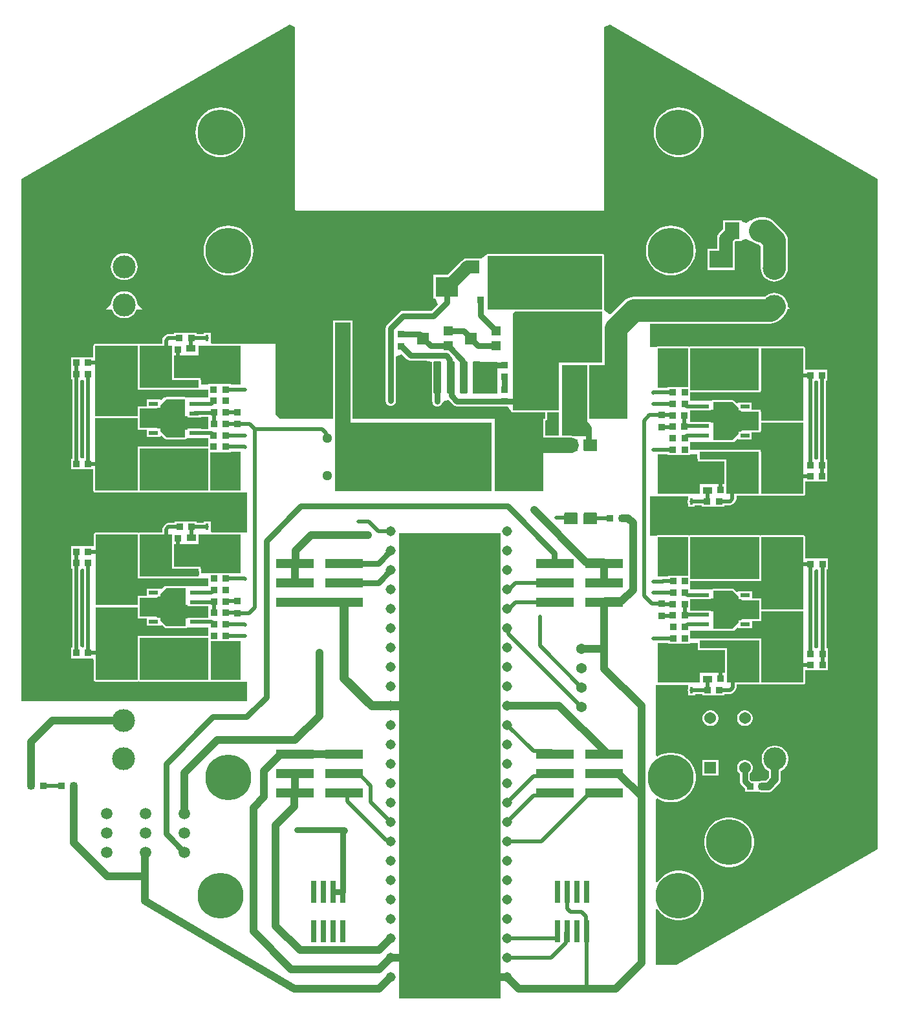
<source format=gbr>
G04*
G04 #@! TF.GenerationSoftware,Altium Limited,Altium Designer,25.4.2 (15)*
G04*
G04 Layer_Physical_Order=1*
G04 Layer_Color=255*
%FSLAX44Y44*%
%MOMM*%
G71*
G04*
G04 #@! TF.SameCoordinates,CE8B7503-BC5D-454C-BBEA-07EE3AA0370F*
G04*
G04*
G04 #@! TF.FilePolarity,Positive*
G04*
G01*
G75*
%ADD13C,0.5000*%
%ADD14C,0.3000*%
%ADD20R,0.8500X0.9000*%
%ADD21R,2.9500X2.6000*%
%ADD22R,0.8000X3.0000*%
%ADD23R,5.0000X1.2500*%
%ADD24R,1.4605X0.5588*%
%ADD25R,3.1200X2.2900*%
%ADD26R,1.9500X2.2500*%
%ADD27R,0.9000X0.8500*%
%ADD28R,0.9500X0.9000*%
%ADD29R,0.9000X0.9500*%
%ADD30R,3.2000X1.6000*%
%ADD31R,1.2500X0.5500*%
%ADD32R,0.4100X0.8200*%
%ADD33C,3.6549*%
%ADD34R,1.2200X0.9100*%
%ADD35R,2.0000X4.1000*%
G04:AMPARAMS|DCode=36|XSize=6.4mm|YSize=8.2mm|CornerRadius=0.064mm|HoleSize=0mm|Usage=FLASHONLY|Rotation=0.000|XOffset=0mm|YOffset=0mm|HoleType=Round|Shape=RoundedRectangle|*
%AMROUNDEDRECTD36*
21,1,6.4000,8.0720,0,0,0.0*
21,1,6.2720,8.2000,0,0,0.0*
1,1,0.1280,3.1360,-4.0360*
1,1,0.1280,-3.1360,-4.0360*
1,1,0.1280,-3.1360,4.0360*
1,1,0.1280,3.1360,4.0360*
%
%ADD36ROUNDEDRECTD36*%
G04:AMPARAMS|DCode=37|XSize=1mm|YSize=4.15mm|CornerRadius=0.05mm|HoleSize=0mm|Usage=FLASHONLY|Rotation=0.000|XOffset=0mm|YOffset=0mm|HoleType=Round|Shape=RoundedRectangle|*
%AMROUNDEDRECTD37*
21,1,1.0000,4.0500,0,0,0.0*
21,1,0.9000,4.1500,0,0,0.0*
1,1,0.1000,0.4500,-2.0250*
1,1,0.1000,-0.4500,-2.0250*
1,1,0.1000,-0.4500,2.0250*
1,1,0.1000,0.4500,2.0250*
%
%ADD37ROUNDEDRECTD37*%
%ADD38R,1.2000X1.2000*%
%ADD39R,1.5000X1.6000*%
%ADD40R,1.7000X1.6800*%
%ADD41C,1.3680*%
%ADD56C,1.5400*%
%ADD57R,1.5400X1.5400*%
%ADD64C,1.0000*%
%ADD65C,0.8000*%
%ADD66C,1.8000*%
%ADD67C,3.0000*%
%ADD68C,1.2000*%
%ADD69C,2.0000*%
%ADD70C,1.7000*%
%ADD71C,1.3080*%
%ADD72C,1.2800*%
%ADD73C,3.0000*%
%ADD74C,1.5080*%
%ADD75C,1.3700*%
%ADD76C,6.0000*%
%ADD77C,0.4500*%
G36*
X1300000Y1367590D02*
X1300000Y1367590D01*
X1185036D01*
X1184593Y1367502D01*
X1184582Y1367500D01*
X1150000D01*
Y1438000D01*
X1300000D01*
Y1367590D01*
D02*
G37*
G36*
X897410Y1737515D02*
Y1500000D01*
X897607Y1499009D01*
X898169Y1498169D01*
X899009Y1497608D01*
X900000Y1497410D01*
X1300000D01*
X1300991Y1497608D01*
X1301831Y1498169D01*
X1302392Y1499009D01*
X1302590Y1500000D01*
Y1737515D01*
X1309518Y1741515D01*
X1660521Y1538863D01*
Y1365000D01*
X1660314D01*
X1660344Y1349714D01*
X1660521Y1259508D01*
Y661137D01*
X1403279Y512618D01*
X1397000Y509000D01*
X1370000D01*
Y581929D01*
X1372540Y582435D01*
X1375180Y578802D01*
X1378802Y575180D01*
X1382945Y572169D01*
X1387509Y569844D01*
X1392380Y568261D01*
X1397439Y567460D01*
X1402561D01*
X1407620Y568261D01*
X1412491Y569844D01*
X1417055Y572169D01*
X1421198Y575180D01*
X1424820Y578802D01*
X1427831Y582945D01*
X1430156Y587509D01*
X1431739Y592380D01*
X1432540Y597439D01*
Y602561D01*
X1431739Y607620D01*
X1430156Y612491D01*
X1427831Y617055D01*
X1424820Y621198D01*
X1421198Y624820D01*
X1417055Y627831D01*
X1412491Y630156D01*
X1407620Y631739D01*
X1402561Y632540D01*
X1397439D01*
X1392380Y631739D01*
X1387509Y630156D01*
X1382945Y627831D01*
X1378802Y624820D01*
X1375180Y621198D01*
X1372540Y617565D01*
X1370000Y618071D01*
Y726171D01*
X1372263Y727325D01*
X1372770Y726956D01*
X1377333Y724631D01*
X1382205Y723048D01*
X1387263Y722247D01*
X1392385D01*
X1397444Y723048D01*
X1402315Y724631D01*
X1406879Y726956D01*
X1411023Y729967D01*
X1414644Y733589D01*
X1417655Y737732D01*
X1419980Y742296D01*
X1421563Y747167D01*
X1422364Y752226D01*
Y757348D01*
X1421563Y762407D01*
X1419980Y767278D01*
X1417655Y771842D01*
X1414644Y775985D01*
X1411023Y779607D01*
X1406879Y782618D01*
X1402315Y784943D01*
X1397444Y786526D01*
X1392385Y787327D01*
X1387263D01*
X1382205Y786526D01*
X1377333Y784943D01*
X1372770Y782618D01*
X1372263Y782250D01*
X1370000Y783403D01*
Y876259D01*
X1409864D01*
X1412210Y875792D01*
Y871354D01*
X1412052Y871118D01*
X1411661Y869152D01*
X1412052Y867185D01*
X1412210Y866949D01*
Y862512D01*
X1421390D01*
Y864187D01*
X1430710D01*
Y862460D01*
X1444290D01*
Y862460D01*
X1446210D01*
Y862460D01*
X1459790D01*
Y864361D01*
X1467571D01*
X1469538Y864752D01*
X1471205Y865866D01*
X1474134Y868795D01*
X1475247Y870462D01*
X1475639Y872429D01*
Y876910D01*
X1505250D01*
X1506241Y877107D01*
X1506545Y877310D01*
X1506849Y877107D01*
X1507840Y876910D01*
X1563000D01*
X1563991Y877107D01*
X1564831Y877669D01*
X1565393Y878509D01*
X1565590Y879500D01*
Y892470D01*
X1565710Y894960D01*
X1578670D01*
X1579290Y894960D01*
X1581210D01*
X1581830Y894960D01*
X1594790D01*
Y907337D01*
X1594790Y909040D01*
X1594790D01*
X1594779Y909873D01*
X1594779D01*
Y923953D01*
X1593139D01*
Y1027547D01*
X1594801D01*
Y1041627D01*
X1581841D01*
X1581221Y1041627D01*
X1579301D01*
X1578681Y1041627D01*
X1565721D01*
X1565590Y1044113D01*
Y1069500D01*
X1565393Y1070491D01*
X1564831Y1071331D01*
X1563991Y1071893D01*
X1563000Y1072090D01*
X1507840D01*
X1506849Y1071893D01*
X1506545Y1071690D01*
X1506241Y1071893D01*
X1505250Y1072090D01*
X1415250D01*
X1414259Y1071893D01*
X1413750Y1071553D01*
X1413241Y1071893D01*
X1412250Y1072090D01*
X1372750D01*
X1371759Y1071893D01*
X1371171Y1071500D01*
X1362354D01*
Y1123259D01*
X1409510D01*
X1411960Y1123042D01*
Y1118604D01*
X1411802Y1118368D01*
X1411411Y1116402D01*
X1411802Y1114435D01*
X1411960Y1114199D01*
Y1109762D01*
X1421140D01*
Y1111437D01*
X1430460D01*
Y1109710D01*
X1444040D01*
Y1109710D01*
X1445960D01*
Y1109710D01*
X1459540D01*
Y1111611D01*
X1467321D01*
X1469288Y1112002D01*
X1470955Y1113116D01*
X1473884Y1116045D01*
X1474998Y1117712D01*
X1475389Y1119679D01*
Y1124160D01*
X1505000D01*
X1505991Y1124357D01*
X1506295Y1124560D01*
X1506599Y1124357D01*
X1507590Y1124160D01*
X1562750D01*
X1563741Y1124357D01*
X1564581Y1124919D01*
X1565143Y1125759D01*
X1565340Y1126750D01*
Y1139720D01*
X1565460Y1142210D01*
X1578420D01*
X1579040Y1142210D01*
X1580960D01*
X1581580Y1142210D01*
X1594540D01*
Y1154587D01*
X1594540Y1156290D01*
X1594540D01*
X1594529Y1157123D01*
X1594529D01*
Y1171203D01*
X1592889D01*
Y1274797D01*
X1594551D01*
Y1288877D01*
X1581591D01*
X1580971Y1288877D01*
X1579051D01*
X1578431Y1288877D01*
X1565471D01*
X1565340Y1291363D01*
Y1316750D01*
X1565143Y1317741D01*
X1564581Y1318581D01*
X1563741Y1319143D01*
X1562750Y1319340D01*
X1507590D01*
X1506599Y1319143D01*
X1506295Y1318940D01*
X1505991Y1319143D01*
X1505000Y1319340D01*
X1415000D01*
X1414009Y1319143D01*
X1413500Y1318803D01*
X1412991Y1319143D01*
X1412000Y1319340D01*
X1372500D01*
X1371509Y1319143D01*
X1370935Y1318759D01*
X1362354D01*
Y1349375D01*
X1454900D01*
X1456100Y1349493D01*
X1457300Y1349375D01*
X1520000D01*
X1523439Y1349714D01*
X1526745Y1350717D01*
X1529792Y1352345D01*
X1532463Y1354537D01*
X1537463Y1359537D01*
X1538012Y1360207D01*
X1538624Y1360819D01*
X1539105Y1361539D01*
X1539655Y1362208D01*
X1540063Y1362972D01*
X1540544Y1363692D01*
X1540875Y1364492D01*
X1541283Y1365255D01*
X1541535Y1366084D01*
X1541866Y1366884D01*
X1542035Y1367733D01*
X1542267Y1368500D01*
X1545694D01*
X1542625Y1372000D01*
X1542286Y1375438D01*
X1541283Y1378745D01*
X1539655Y1381792D01*
X1537463Y1384463D01*
X1534792Y1386655D01*
X1531745Y1388283D01*
X1528438Y1389286D01*
X1525000Y1389625D01*
X1521561Y1389286D01*
X1518255Y1388283D01*
X1515208Y1386655D01*
X1512735Y1384625D01*
X1457300D01*
X1456100Y1384507D01*
X1454900Y1384625D01*
X1341000D01*
X1337562Y1384286D01*
X1334255Y1383283D01*
X1331208Y1381655D01*
X1328537Y1379463D01*
X1310590Y1361515D01*
X1309045Y1362155D01*
X1302393Y1366599D01*
X1302590Y1367590D01*
Y1438000D01*
X1302393Y1438991D01*
X1301831Y1439831D01*
X1300991Y1440393D01*
X1300000Y1440590D01*
X1150000D01*
X1149009Y1440393D01*
X1148169Y1439831D01*
X1147607Y1438991D01*
X1147605Y1438979D01*
X1141340Y1434790D01*
X1131783D01*
X1130300Y1434985D01*
X1123950Y1434985D01*
X1123950Y1434985D01*
X1119260Y1434790D01*
Y1433857D01*
X1118382Y1433493D01*
X1116076Y1431724D01*
X1097742Y1413390D01*
X1078910D01*
Y1382310D01*
X1081168D01*
X1084481Y1374310D01*
X1076268Y1366096D01*
X1039000D01*
X1037293Y1365872D01*
X1035702Y1365213D01*
X1034336Y1364164D01*
X1018336Y1348164D01*
X1017287Y1346798D01*
X1016628Y1345207D01*
X1016404Y1343500D01*
Y1248000D01*
X1016628Y1246293D01*
X1017287Y1244702D01*
X1018336Y1243336D01*
X1019702Y1242287D01*
X1021293Y1241628D01*
X1023000Y1241404D01*
X1024707Y1241628D01*
X1026298Y1242287D01*
X1027664Y1243336D01*
X1028713Y1244702D01*
X1029372Y1246293D01*
X1029596Y1248000D01*
Y1306261D01*
X1037597Y1309575D01*
X1044376Y1302796D01*
X1045742Y1301747D01*
X1047333Y1301088D01*
X1049040Y1300863D01*
X1068794D01*
X1076600Y1299100D01*
Y1258600D01*
X1076836Y1257414D01*
X1077340Y1256661D01*
Y1252686D01*
X1077404Y1252201D01*
Y1247500D01*
X1077628Y1245793D01*
X1078287Y1244202D01*
X1079336Y1242836D01*
X1080702Y1241787D01*
X1082293Y1241128D01*
X1084000Y1240904D01*
X1085707Y1241128D01*
X1087298Y1241787D01*
X1088664Y1242836D01*
X1089713Y1244202D01*
X1090372Y1245793D01*
X1090432Y1246252D01*
X1094029Y1248218D01*
X1098596Y1249075D01*
X1104736Y1242936D01*
X1106102Y1241887D01*
X1107693Y1241228D01*
X1109400Y1241004D01*
X1164910D01*
Y1240560D01*
X1175755D01*
X1180446Y1234503D01*
X1180446Y1234503D01*
X1180669Y1234169D01*
Y1234169D01*
X1180670Y1234168D01*
X1181004Y1233945D01*
X1181004Y1233945D01*
X1181004Y1233945D01*
X1181509Y1233607D01*
Y1233607D01*
X1181853Y1233539D01*
X1181853Y1233539D01*
X1182501Y1233410D01*
X1182501Y1233410D01*
X1189800Y1233410D01*
X1225396D01*
Y1225006D01*
X1223000Y1225004D01*
Y1130000D01*
X1159000D01*
Y1225000D01*
X972740D01*
Y1307310D01*
Y1353390D01*
X947660D01*
Y1307310D01*
Y1225036D01*
X947500Y1225000D01*
X877630D01*
X871984Y1230667D01*
X872331Y1323000D01*
X826951D01*
X826500Y1323090D01*
X789117D01*
X787040Y1324208D01*
Y1328646D01*
X787198Y1328882D01*
X787589Y1330848D01*
X787198Y1332815D01*
X787040Y1333051D01*
Y1337488D01*
X777860D01*
Y1335813D01*
X768540D01*
Y1337540D01*
X754960D01*
Y1337540D01*
X753040D01*
Y1337540D01*
X739460D01*
Y1335639D01*
X731679D01*
X729713Y1335248D01*
X728045Y1334134D01*
X725116Y1331205D01*
X724003Y1329538D01*
X723611Y1327571D01*
Y1323090D01*
X694000D01*
X693009Y1322893D01*
X692705Y1322690D01*
X692401Y1322893D01*
X691410Y1323090D01*
X636250D01*
X635259Y1322893D01*
X634419Y1322331D01*
X633857Y1321491D01*
X633660Y1320500D01*
Y1307530D01*
X633540Y1305040D01*
X620580D01*
X619960Y1305040D01*
X618040D01*
X617420Y1305040D01*
X604460D01*
Y1292663D01*
X604460Y1290960D01*
X604460D01*
X604471Y1290127D01*
X604471D01*
Y1276047D01*
X606111D01*
Y1172453D01*
X604449D01*
Y1158373D01*
X617409D01*
X618029Y1158373D01*
X619949D01*
X620569Y1158373D01*
X633529D01*
X633660Y1155887D01*
Y1130500D01*
X633857Y1129509D01*
X634419Y1128669D01*
X635259Y1128107D01*
X636250Y1127910D01*
X691410D01*
X692401Y1128107D01*
X692705Y1128310D01*
X693009Y1128107D01*
X694000Y1127910D01*
X784000D01*
X784451Y1128000D01*
X786549D01*
X787000Y1127910D01*
X826500D01*
X826951Y1128000D01*
X835000D01*
Y1075500D01*
X827201D01*
X826750Y1075590D01*
X789367D01*
X787290Y1076708D01*
Y1081146D01*
X787448Y1081382D01*
X787839Y1083348D01*
X787448Y1085315D01*
X787290Y1085551D01*
Y1089988D01*
X778110D01*
Y1088313D01*
X768790D01*
Y1090040D01*
X755210D01*
Y1090040D01*
X753290D01*
Y1090040D01*
X739710D01*
Y1088139D01*
X731929D01*
X729962Y1087748D01*
X728295Y1086634D01*
X725366Y1083705D01*
X724252Y1082038D01*
X723861Y1080071D01*
Y1075590D01*
X694250D01*
X693259Y1075393D01*
X692955Y1075190D01*
X692651Y1075393D01*
X691660Y1075590D01*
X636500D01*
X635509Y1075393D01*
X634669Y1074831D01*
X634107Y1073991D01*
X633910Y1073000D01*
Y1060030D01*
X633790Y1057540D01*
X620830D01*
X620210Y1057540D01*
X618290D01*
X617670Y1057540D01*
X604710D01*
Y1045163D01*
X604710Y1043460D01*
X604710D01*
X604721Y1042627D01*
X604721D01*
Y1028547D01*
X606361D01*
Y924953D01*
X604699D01*
Y910873D01*
X617659D01*
X618279Y910873D01*
X620199D01*
X620819Y910873D01*
X633779D01*
X633910Y908387D01*
Y883000D01*
X634107Y882009D01*
X634669Y881169D01*
X635509Y880607D01*
X636500Y880410D01*
X691660D01*
X692651Y880607D01*
X692955Y880810D01*
X693259Y880607D01*
X694250Y880410D01*
X784250D01*
X784701Y880500D01*
X786799D01*
X787250Y880410D01*
X826750D01*
X827201Y880500D01*
X835000D01*
Y855000D01*
X539479D01*
Y1368000D01*
Y1538863D01*
X890482Y1741515D01*
X897410Y1737515D01*
D02*
G37*
G36*
X826500Y1306748D02*
Y1300648D01*
Y1277548D01*
Y1272448D01*
Y1269500D01*
X813540D01*
Y1270040D01*
X799960D01*
Y1270040D01*
X798040D01*
Y1270040D01*
X784460D01*
Y1269500D01*
X774536D01*
Y1275239D01*
X774090D01*
Y1275500D01*
X774000Y1275951D01*
Y1278000D01*
X771951D01*
X771500Y1278090D01*
X739090D01*
Y1308000D01*
X771500D01*
Y1320500D01*
X826500D01*
Y1306748D01*
D02*
G37*
G36*
X1412000Y1266290D02*
X1400960D01*
Y1266290D01*
X1399040D01*
Y1266290D01*
X1385460D01*
Y1265500D01*
X1372500D01*
Y1316750D01*
X1412000D01*
Y1266290D01*
D02*
G37*
G36*
X736500Y1275500D02*
X771500D01*
Y1265500D01*
X694000D01*
Y1320500D01*
X736500D01*
Y1275500D01*
D02*
G37*
G36*
X1505000Y1261750D02*
X1415000D01*
Y1316750D01*
X1505000D01*
Y1261750D01*
D02*
G37*
G36*
X1162500Y1257500D02*
X1130000D01*
Y1299500D01*
X1162500D01*
Y1257500D01*
D02*
G37*
G36*
X691410Y1265500D02*
X691500Y1265049D01*
Y1263000D01*
X693549D01*
X694000Y1262910D01*
X771500D01*
X771951Y1263000D01*
X784000D01*
Y1253000D01*
X754451D01*
X754000Y1253090D01*
X729000D01*
X728549Y1253000D01*
X726500D01*
X722664Y1249164D01*
X721036Y1249839D01*
Y1249839D01*
X703456D01*
Y1240590D01*
X694000D01*
X693549Y1240500D01*
X691500D01*
Y1238451D01*
X691410Y1238000D01*
Y1228000D01*
X636250D01*
Y1320500D01*
X691410D01*
Y1265500D01*
D02*
G37*
G36*
X1300000Y1344767D02*
X1299875Y1343500D01*
Y1298000D01*
X1243000D01*
Y1236000D01*
X1182501D01*
X1182497Y1362668D01*
X1185036Y1365000D01*
X1300000D01*
Y1344767D01*
D02*
G37*
G36*
X1477964Y1238786D02*
Y1235511D01*
X1481239D01*
X1482500Y1234250D01*
X1505000D01*
Y1209250D01*
X1482500D01*
X1481241Y1207991D01*
X1477964D01*
Y1204714D01*
X1470000Y1196750D01*
X1445000D01*
Y1219250D01*
X1442044D01*
Y1220691D01*
X1424464D01*
Y1220290D01*
X1415000D01*
Y1235662D01*
X1424464D01*
Y1235511D01*
X1442044D01*
Y1236750D01*
X1445000D01*
Y1246750D01*
X1470000D01*
X1477964Y1238786D01*
D02*
G37*
G36*
X1332500Y1225000D02*
X1282590D01*
Y1225006D01*
X1282500Y1225457D01*
Y1273323D01*
X1282590Y1273774D01*
Y1295000D01*
X1332500D01*
Y1225000D01*
D02*
G37*
G36*
X1562750Y1221840D02*
X1507590D01*
Y1234250D01*
X1507500Y1234701D01*
Y1236750D01*
X1505451D01*
X1505000Y1236840D01*
X1495544D01*
Y1246091D01*
X1477964D01*
Y1245767D01*
X1475618Y1244795D01*
X1471831Y1248581D01*
X1470991Y1249143D01*
X1470000Y1249340D01*
X1445000D01*
X1444009Y1249143D01*
X1443169Y1248581D01*
X1442947Y1248250D01*
X1415000D01*
Y1259160D01*
X1415000Y1259160D01*
X1505000D01*
X1505451Y1259250D01*
X1507500D01*
Y1261299D01*
X1507590Y1261750D01*
Y1316750D01*
X1562750D01*
Y1221840D01*
D02*
G37*
G36*
X754000Y1228000D02*
X756956D01*
Y1226559D01*
X774536D01*
Y1226960D01*
X784000D01*
Y1211588D01*
X774536D01*
Y1211739D01*
X756956D01*
Y1210500D01*
X754000D01*
Y1200500D01*
X729000D01*
X721036Y1208464D01*
Y1211739D01*
X717761D01*
X716500Y1213000D01*
X694000D01*
Y1238000D01*
X716500D01*
X717759Y1239259D01*
X721036D01*
Y1242536D01*
X729000Y1250500D01*
X754000D01*
Y1228000D01*
D02*
G37*
G36*
X1243000Y1202298D02*
X1225590D01*
Y1222455D01*
X1225884Y1222513D01*
X1226387Y1222613D01*
X1226388Y1222614D01*
X1226389Y1222614D01*
X1226799Y1222889D01*
X1227227Y1223175D01*
X1227228Y1223176D01*
X1227229Y1223176D01*
X1227515Y1223606D01*
X1227789Y1224015D01*
X1227789Y1224016D01*
X1227789Y1224017D01*
X1227889Y1224521D01*
X1227986Y1225006D01*
Y1233000D01*
X1243000D01*
Y1202298D01*
D02*
G37*
G36*
X1280000Y1273774D02*
X1279879D01*
Y1263614D01*
X1279879Y1263106D01*
X1279879Y1263106D01*
Y1261074D01*
X1279879D01*
X1279879Y1260566D01*
Y1250914D01*
X1279879Y1250406D01*
X1279879Y1250406D01*
Y1248374D01*
X1279879D01*
X1279879Y1247866D01*
Y1238214D01*
X1279879Y1237706D01*
X1279879Y1237706D01*
Y1235674D01*
X1279879D01*
X1279879Y1235166D01*
Y1225006D01*
X1280000D01*
Y1202000D01*
X1261065D01*
X1258800Y1202298D01*
X1247500D01*
Y1295000D01*
X1280000D01*
Y1273774D01*
D02*
G37*
G36*
X1562750Y1126750D02*
X1507590D01*
Y1181750D01*
X1507500Y1182201D01*
Y1184250D01*
X1505451D01*
X1505000Y1184340D01*
X1427500D01*
X1427049Y1184250D01*
X1415000D01*
Y1194250D01*
X1444549D01*
X1445000Y1194160D01*
X1470000D01*
X1470451Y1194250D01*
X1472500D01*
X1476336Y1198086D01*
X1477964Y1197411D01*
Y1197411D01*
X1495544D01*
Y1206660D01*
X1505000D01*
X1505451Y1206750D01*
X1507500D01*
Y1208799D01*
X1507590Y1209250D01*
Y1219250D01*
X1562750D01*
Y1126750D01*
D02*
G37*
G36*
X1293100Y1184550D02*
Y1184053D01*
X1292719Y1183134D01*
X1292016Y1182431D01*
X1291097Y1182050D01*
X1277303D01*
X1276384Y1182431D01*
X1275681Y1183134D01*
X1275300Y1184053D01*
Y1184550D01*
Y1197250D01*
X1293100D01*
Y1184550D01*
D02*
G37*
G36*
X1267700D02*
Y1184053D01*
X1267319Y1183134D01*
X1266616Y1182431D01*
X1265697Y1182050D01*
X1251903D01*
X1250984Y1182431D01*
X1250281Y1183134D01*
X1249900Y1184053D01*
Y1184550D01*
Y1197250D01*
X1267700D01*
Y1184550D01*
D02*
G37*
G36*
X826500Y1130500D02*
X787000D01*
Y1180960D01*
X798040D01*
Y1180960D01*
X799960D01*
Y1180960D01*
X813540D01*
Y1181500D01*
X826500D01*
Y1130500D01*
D02*
G37*
G36*
X1424464Y1172011D02*
X1424910D01*
Y1171750D01*
X1425000Y1171299D01*
Y1169250D01*
X1427049D01*
X1427500Y1169160D01*
X1459910D01*
Y1139250D01*
X1427500D01*
Y1126750D01*
X1372500D01*
Y1140502D01*
Y1146602D01*
Y1169702D01*
Y1174802D01*
Y1178000D01*
X1385460D01*
Y1177210D01*
X1399040D01*
Y1177210D01*
X1400960D01*
Y1177210D01*
X1414540D01*
Y1178000D01*
X1424464D01*
Y1172011D01*
D02*
G37*
G36*
X620375Y1275526D02*
X621611Y1273930D01*
Y1174115D01*
X620351Y1172855D01*
X617625Y1172974D01*
X616389Y1174570D01*
Y1274385D01*
X617649Y1275645D01*
X620375Y1275526D01*
D02*
G37*
G36*
X1581375Y1274276D02*
X1582611Y1272680D01*
Y1172865D01*
X1581351Y1171605D01*
X1578625Y1171724D01*
X1577389Y1173320D01*
Y1273135D01*
X1578649Y1274395D01*
X1581375Y1274276D01*
D02*
G37*
G36*
X784000Y1130500D02*
X694000D01*
Y1185500D01*
X784000D01*
Y1130500D01*
D02*
G37*
G36*
X691410Y1213000D02*
X691500Y1212549D01*
Y1210500D01*
X693549D01*
X694000Y1210410D01*
X703456D01*
Y1201159D01*
X721036D01*
Y1201483D01*
X723382Y1202455D01*
X727169Y1198669D01*
X728009Y1198107D01*
X729000Y1197910D01*
X754000D01*
X754991Y1198107D01*
X755831Y1198669D01*
X756053Y1199000D01*
X784000D01*
Y1188090D01*
X784000Y1188090D01*
X694000D01*
X693549Y1188000D01*
X691500D01*
Y1185951D01*
X691410Y1185500D01*
Y1130500D01*
X636250D01*
Y1225410D01*
X691410D01*
Y1213000D01*
D02*
G37*
G36*
X970150Y1307310D02*
Y1225000D01*
Y1220150D01*
X970000Y1220000D01*
X1155000D01*
Y1130000D01*
X950176D01*
Y1220150D01*
X950179Y1224507D01*
X950211Y1224591D01*
X950206Y1224815D01*
X950250Y1225036D01*
Y1225036D01*
Y1307310D01*
Y1350800D01*
X970150D01*
Y1307310D01*
D02*
G37*
G36*
X1505000Y1126750D02*
X1462500D01*
Y1171750D01*
X1427500D01*
Y1181750D01*
X1505000D01*
Y1126750D01*
D02*
G37*
G36*
X1292016Y1101569D02*
X1292719Y1100866D01*
X1293100Y1099947D01*
Y1099450D01*
Y1086750D01*
X1275300D01*
Y1099450D01*
Y1099947D01*
X1275681Y1100866D01*
X1276384Y1101569D01*
X1277303Y1101950D01*
X1291097D01*
X1292016Y1101569D01*
D02*
G37*
G36*
X1266616D02*
X1267319Y1100866D01*
X1267700Y1099947D01*
Y1099450D01*
Y1086750D01*
X1249900D01*
Y1099450D01*
Y1099947D01*
X1250281Y1100866D01*
X1250984Y1101569D01*
X1251903Y1101950D01*
X1265697D01*
X1266616Y1101569D01*
D02*
G37*
G36*
X826750Y1059248D02*
Y1053148D01*
Y1030048D01*
Y1024948D01*
Y1022000D01*
X813790D01*
Y1022540D01*
X800210D01*
Y1022540D01*
X798290D01*
Y1022540D01*
X784710D01*
Y1022000D01*
X774786D01*
Y1027739D01*
X774340D01*
Y1028000D01*
X774250Y1028451D01*
Y1030500D01*
X772201D01*
X771750Y1030590D01*
X739340D01*
Y1060500D01*
X771750D01*
Y1073000D01*
X826750D01*
Y1059248D01*
D02*
G37*
G36*
X1412250Y1019040D02*
X1401210D01*
Y1019040D01*
X1399290D01*
Y1019040D01*
X1385710D01*
Y1018500D01*
X1372750D01*
Y1069500D01*
X1412250D01*
Y1019040D01*
D02*
G37*
G36*
X736750Y1028000D02*
X771750D01*
Y1018000D01*
X694250D01*
Y1073000D01*
X736750D01*
Y1028000D01*
D02*
G37*
G36*
X1505250Y1014500D02*
X1415250D01*
Y1069500D01*
X1505250D01*
Y1014500D01*
D02*
G37*
G36*
X691660Y1018000D02*
X691750Y1017549D01*
Y1015500D01*
X693799D01*
X694250Y1015410D01*
X771750D01*
X772201Y1015500D01*
X784250D01*
Y1005500D01*
X754701D01*
X754250Y1005590D01*
X729250D01*
X728799Y1005500D01*
X726750D01*
X722914Y1001664D01*
X721286Y1002339D01*
Y1002339D01*
X703706D01*
Y993090D01*
X694250D01*
X693799Y993000D01*
X691750D01*
Y990951D01*
X691660Y990500D01*
Y980500D01*
X636500D01*
Y1073000D01*
X691660D01*
Y1018000D01*
D02*
G37*
G36*
X1478214Y991536D02*
Y988261D01*
X1481489D01*
X1482750Y987000D01*
X1505250D01*
Y962000D01*
X1482750D01*
X1481491Y960741D01*
X1478214D01*
Y957464D01*
X1470250Y949500D01*
X1445250D01*
Y972000D01*
X1442294D01*
Y973441D01*
X1424714D01*
Y973040D01*
X1415250D01*
Y988412D01*
X1424714D01*
Y988261D01*
X1442294D01*
Y989500D01*
X1445250D01*
Y999500D01*
X1470250D01*
X1478214Y991536D01*
D02*
G37*
G36*
X1563000Y974590D02*
X1507840D01*
Y987000D01*
X1507750Y987451D01*
Y989500D01*
X1505701D01*
X1505250Y989590D01*
X1495794D01*
Y998841D01*
X1478214D01*
Y998517D01*
X1475868Y997545D01*
X1472081Y1001331D01*
X1471241Y1001893D01*
X1470250Y1002090D01*
X1445250D01*
X1444259Y1001893D01*
X1443419Y1001331D01*
X1443197Y1001000D01*
X1415250D01*
Y1011910D01*
X1415250Y1011910D01*
X1505250D01*
X1505701Y1012000D01*
X1507750D01*
Y1014049D01*
X1507840Y1014500D01*
Y1069500D01*
X1563000D01*
Y974590D01*
D02*
G37*
G36*
X754250Y980500D02*
X757206D01*
Y979059D01*
X774786D01*
Y979460D01*
X784250D01*
Y964088D01*
X774786D01*
Y964239D01*
X757206D01*
Y963000D01*
X754250D01*
Y953000D01*
X729250D01*
X721286Y960964D01*
Y964239D01*
X718011D01*
X716750Y965500D01*
X694250D01*
Y990500D01*
X716750D01*
X718009Y991759D01*
X721286D01*
Y995036D01*
X729250Y1003000D01*
X754250D01*
Y980500D01*
D02*
G37*
G36*
X1563000Y879500D02*
X1507840D01*
Y934500D01*
X1507750Y934951D01*
Y937000D01*
X1505701D01*
X1505250Y937090D01*
X1427750D01*
X1427299Y937000D01*
X1415250D01*
Y947000D01*
X1444799D01*
X1445250Y946910D01*
X1470250D01*
X1470701Y947000D01*
X1472750D01*
X1476586Y950836D01*
X1478214Y950161D01*
Y950161D01*
X1495794D01*
Y959410D01*
X1505250D01*
X1505701Y959500D01*
X1507750D01*
Y961549D01*
X1507840Y962000D01*
Y972000D01*
X1563000D01*
Y879500D01*
D02*
G37*
G36*
X826750Y883000D02*
X787250D01*
Y933460D01*
X797670D01*
X798290Y933460D01*
X798290Y933460D01*
X800210D01*
Y933460D01*
X800830Y933460D01*
X813790D01*
Y933500D01*
X826750D01*
Y883000D01*
D02*
G37*
G36*
X620625Y1028026D02*
X621861Y1026430D01*
Y926615D01*
X620601Y925355D01*
X617875Y925474D01*
X616639Y927070D01*
Y1026885D01*
X617899Y1028145D01*
X620625Y1028026D01*
D02*
G37*
G36*
X1581625Y1027026D02*
X1582861Y1025430D01*
Y925615D01*
X1581601Y924355D01*
X1578875Y924474D01*
X1577639Y926070D01*
Y1025885D01*
X1578899Y1027145D01*
X1581625Y1027026D01*
D02*
G37*
G36*
X784250Y883000D02*
X694250D01*
Y938000D01*
X784250D01*
Y883000D01*
D02*
G37*
G36*
X691660Y965500D02*
X691750Y965049D01*
Y963000D01*
X693799D01*
X694250Y962910D01*
X703706D01*
Y953659D01*
X721286D01*
Y953983D01*
X723632Y954955D01*
X727419Y951169D01*
X728259Y950607D01*
X729250Y950410D01*
X754250D01*
X755241Y950607D01*
X756081Y951169D01*
X756303Y951500D01*
X784250D01*
Y940590D01*
X784250Y940590D01*
X694250D01*
X693799Y940500D01*
X691750D01*
Y938451D01*
X691660Y938000D01*
Y883000D01*
X636500D01*
Y977910D01*
X691660D01*
Y965500D01*
D02*
G37*
G36*
X1505250Y879500D02*
X1462750D01*
Y924500D01*
X1427750D01*
Y934500D01*
X1505250D01*
Y879500D01*
D02*
G37*
G36*
X1385710Y930500D02*
Y929960D01*
X1399290D01*
X1399290Y929960D01*
X1401210Y929960D01*
Y929960D01*
X1414790D01*
Y930500D01*
X1424714D01*
Y924761D01*
X1425160D01*
Y924500D01*
X1425250Y924049D01*
Y922000D01*
X1427299D01*
X1427750Y921910D01*
X1460160D01*
Y892000D01*
X1427750D01*
Y879500D01*
X1372750D01*
Y893252D01*
Y899352D01*
Y922452D01*
Y927552D01*
Y930500D01*
X1385710D01*
D02*
G37*
G36*
X1167000Y1074040D02*
Y1055360D01*
X1166420Y1053195D01*
Y1050805D01*
X1167000Y1048640D01*
Y1029960D01*
X1166420Y1027795D01*
Y1025405D01*
X1167000Y1023240D01*
Y1004560D01*
X1166420Y1002395D01*
Y1000005D01*
X1167000Y997840D01*
Y979160D01*
X1166420Y976995D01*
Y974605D01*
X1167000Y972440D01*
Y953760D01*
X1166420Y951595D01*
Y949205D01*
X1167000Y947040D01*
Y928360D01*
X1166420Y926195D01*
Y923805D01*
X1167000Y921640D01*
Y902960D01*
X1166420Y900795D01*
Y898405D01*
X1167000Y896240D01*
Y877560D01*
X1166420Y875395D01*
Y873005D01*
X1167000Y870840D01*
Y852160D01*
X1166420Y849995D01*
Y847605D01*
X1167000Y845440D01*
Y826760D01*
X1166420Y824595D01*
Y822205D01*
X1167000Y820040D01*
Y801360D01*
X1166420Y799195D01*
Y796805D01*
X1167000Y794640D01*
Y775960D01*
X1166420Y773795D01*
Y771405D01*
X1167000Y769240D01*
Y750560D01*
X1166420Y748395D01*
Y746005D01*
X1167000Y743840D01*
Y725160D01*
X1166420Y722995D01*
Y720605D01*
X1167000Y718440D01*
Y699760D01*
X1166420Y697595D01*
Y695205D01*
X1167000Y693040D01*
Y674360D01*
X1166420Y672195D01*
Y669805D01*
X1167000Y667640D01*
Y648960D01*
X1166420Y646795D01*
Y644405D01*
X1167000Y642240D01*
Y623560D01*
X1166420Y621395D01*
Y619005D01*
X1167000Y616840D01*
Y598160D01*
X1166420Y595995D01*
Y593605D01*
X1167000Y591440D01*
Y572760D01*
X1166420Y570595D01*
Y568205D01*
X1167000Y566040D01*
Y547360D01*
X1166420Y545195D01*
Y542805D01*
X1167000Y540640D01*
Y521960D01*
X1166420Y519795D01*
Y517405D01*
X1167000Y515240D01*
Y465000D01*
X1034000D01*
Y1075000D01*
X1166743D01*
X1167000Y1074040D01*
D02*
G37*
%LPC*%
G36*
X1400000Y1632641D02*
X1394894Y1632239D01*
X1389913Y1631043D01*
X1385181Y1629083D01*
X1380814Y1626407D01*
X1376920Y1623080D01*
X1373593Y1619186D01*
X1370917Y1614819D01*
X1368957Y1610087D01*
X1367761Y1605106D01*
X1367359Y1600000D01*
X1367761Y1594894D01*
X1368957Y1589913D01*
X1370917Y1585181D01*
X1373593Y1580814D01*
X1376920Y1576920D01*
X1380814Y1573593D01*
X1385181Y1570917D01*
X1389913Y1568957D01*
X1394894Y1567761D01*
X1400000Y1567359D01*
X1405106Y1567761D01*
X1410087Y1568957D01*
X1414819Y1570917D01*
X1419186Y1573593D01*
X1423080Y1576920D01*
X1426407Y1580814D01*
X1429083Y1585181D01*
X1431043Y1589913D01*
X1432239Y1594894D01*
X1432641Y1600000D01*
X1432239Y1605106D01*
X1431043Y1610087D01*
X1429083Y1614819D01*
X1426407Y1619186D01*
X1423080Y1623080D01*
X1419186Y1626407D01*
X1414819Y1629083D01*
X1410087Y1631043D01*
X1405106Y1632239D01*
X1400000Y1632641D01*
D02*
G37*
G36*
X800000D02*
X794894Y1632239D01*
X789913Y1631043D01*
X785182Y1629083D01*
X780814Y1626407D01*
X776920Y1623080D01*
X773593Y1619186D01*
X770917Y1614819D01*
X768957Y1610087D01*
X767761Y1605106D01*
X767359Y1600000D01*
X767761Y1594894D01*
X768957Y1589913D01*
X770917Y1585181D01*
X773593Y1580814D01*
X776920Y1576920D01*
X780814Y1573593D01*
X785182Y1570917D01*
X789913Y1568957D01*
X794894Y1567761D01*
X800000Y1567359D01*
X805106Y1567761D01*
X810087Y1568957D01*
X814818Y1570917D01*
X819186Y1573593D01*
X823080Y1576920D01*
X826407Y1580814D01*
X829083Y1585181D01*
X831043Y1589913D01*
X832239Y1594894D01*
X832641Y1600000D01*
X832239Y1605106D01*
X831043Y1610087D01*
X829083Y1614819D01*
X826407Y1619186D01*
X823080Y1623080D01*
X819186Y1626407D01*
X814818Y1629083D01*
X810087Y1631043D01*
X805106Y1632239D01*
X800000Y1632641D01*
D02*
G37*
G36*
X1512000Y1488625D02*
X1506000D01*
X1502561Y1488286D01*
X1499255Y1487283D01*
X1496208Y1485654D01*
X1495155Y1484790D01*
X1493710D01*
Y1484790D01*
X1488548Y1481596D01*
X1483483Y1483053D01*
X1482290Y1483894D01*
Y1484790D01*
X1457710D01*
Y1473671D01*
X1453536Y1469497D01*
X1451687Y1467087D01*
X1450524Y1464279D01*
X1450127Y1461267D01*
Y1447790D01*
X1437360D01*
Y1419810D01*
X1473640D01*
Y1447790D01*
X1473406D01*
Y1456446D01*
X1474171Y1457210D01*
X1482290D01*
Y1458107D01*
X1483483Y1458947D01*
X1488548Y1460404D01*
X1493710Y1457210D01*
Y1457210D01*
X1495155D01*
X1496208Y1456346D01*
X1499255Y1454717D01*
X1502561Y1453714D01*
X1504557Y1453517D01*
X1507375Y1450699D01*
Y1422000D01*
X1507714Y1418562D01*
X1508717Y1415255D01*
X1510345Y1412208D01*
X1512537Y1409537D01*
X1515208Y1407345D01*
X1518255Y1405717D01*
X1521561Y1404714D01*
X1525000Y1404375D01*
X1528438Y1404714D01*
X1531745Y1405717D01*
X1534792Y1407345D01*
X1537463Y1409537D01*
X1539655Y1412208D01*
X1541283Y1415255D01*
X1542286Y1418562D01*
X1542625Y1422000D01*
Y1458000D01*
X1542286Y1461438D01*
X1541283Y1464745D01*
X1539655Y1467792D01*
X1537463Y1470463D01*
X1524463Y1483463D01*
X1521792Y1485654D01*
X1518745Y1487283D01*
X1515438Y1488286D01*
X1512000Y1488625D01*
D02*
G37*
G36*
X1389530Y1477691D02*
X1384424Y1477289D01*
X1379444Y1476093D01*
X1374711Y1474133D01*
X1370344Y1471457D01*
X1366450Y1468130D01*
X1363123Y1464236D01*
X1360447Y1459868D01*
X1358487Y1455137D01*
X1357291Y1450156D01*
X1356889Y1445050D01*
X1357291Y1439944D01*
X1358487Y1434964D01*
X1360447Y1430231D01*
X1363123Y1425864D01*
X1366450Y1421970D01*
X1370344Y1418643D01*
X1374711Y1415967D01*
X1379444Y1414007D01*
X1384424Y1412811D01*
X1389530Y1412409D01*
X1394636Y1412811D01*
X1399617Y1414007D01*
X1404348Y1415967D01*
X1408716Y1418643D01*
X1412610Y1421970D01*
X1415937Y1425864D01*
X1418613Y1430231D01*
X1420573Y1434964D01*
X1421769Y1439944D01*
X1422171Y1445050D01*
X1421769Y1450156D01*
X1420573Y1455137D01*
X1418613Y1459868D01*
X1415937Y1464236D01*
X1412610Y1468130D01*
X1408716Y1471457D01*
X1404348Y1474133D01*
X1399617Y1476093D01*
X1394636Y1477289D01*
X1389530Y1477691D01*
D02*
G37*
G36*
X810470D02*
X805364Y1477289D01*
X800384Y1476093D01*
X795651Y1474133D01*
X791284Y1471457D01*
X787390Y1468130D01*
X784063Y1464236D01*
X781387Y1459868D01*
X779427Y1455137D01*
X778231Y1450156D01*
X777829Y1445050D01*
X778231Y1439944D01*
X779427Y1434964D01*
X781387Y1430231D01*
X784063Y1425864D01*
X787390Y1421970D01*
X791284Y1418643D01*
X795651Y1415967D01*
X800384Y1414007D01*
X805364Y1412811D01*
X810470Y1412409D01*
X815576Y1412811D01*
X820556Y1414007D01*
X825288Y1415967D01*
X829656Y1418643D01*
X833550Y1421970D01*
X836877Y1425864D01*
X839553Y1430231D01*
X841513Y1434964D01*
X842709Y1439944D01*
X843111Y1445050D01*
X842709Y1450156D01*
X841513Y1455137D01*
X839553Y1459868D01*
X836877Y1464236D01*
X833550Y1468130D01*
X829656Y1471457D01*
X825288Y1474133D01*
X820556Y1476093D01*
X815576Y1477289D01*
X810470Y1477691D01*
D02*
G37*
G36*
X674000Y1441625D02*
X670562Y1441286D01*
X667255Y1440283D01*
X664208Y1438654D01*
X661537Y1436463D01*
X659345Y1433792D01*
X657717Y1430745D01*
X656714Y1427438D01*
X656375Y1424000D01*
X656714Y1420562D01*
X657717Y1417255D01*
X659345Y1414208D01*
X661537Y1411537D01*
X664208Y1409346D01*
X667255Y1407717D01*
X670562Y1406714D01*
X674000Y1406375D01*
X677438Y1406714D01*
X680745Y1407717D01*
X683792Y1409346D01*
X686463Y1411537D01*
X688654Y1414208D01*
X690283Y1417255D01*
X691286Y1420562D01*
X691625Y1424000D01*
X691286Y1427438D01*
X690283Y1430745D01*
X688654Y1433792D01*
X686463Y1436463D01*
X683792Y1438654D01*
X680745Y1440283D01*
X677438Y1441286D01*
X674000Y1441625D01*
D02*
G37*
G36*
Y1391625D02*
X670562Y1391286D01*
X667255Y1390283D01*
X664208Y1388654D01*
X661537Y1386463D01*
X659345Y1383792D01*
X657717Y1380745D01*
X656714Y1377438D01*
X656375Y1374000D01*
X649702Y1368000D01*
X657500D01*
X658456Y1365692D01*
X660376Y1362819D01*
X662819Y1360376D01*
X665692Y1358456D01*
X668884Y1357134D01*
X672272Y1356460D01*
X675727D01*
X679116Y1357134D01*
X682308Y1358456D01*
X685181Y1360376D01*
X687624Y1362819D01*
X689544Y1365692D01*
X690500Y1368000D01*
X698298D01*
X691625Y1374000D01*
X691286Y1377438D01*
X690283Y1380745D01*
X688654Y1383792D01*
X686463Y1386463D01*
X683792Y1388654D01*
X680745Y1390283D01*
X677438Y1391286D01*
X674000Y1391625D01*
D02*
G37*
G36*
X1487848Y842740D02*
X1485152D01*
X1482547Y842042D01*
X1480213Y840694D01*
X1478306Y838788D01*
X1476958Y836452D01*
X1476260Y833848D01*
Y831152D01*
X1476958Y828548D01*
X1478306Y826212D01*
X1480213Y824306D01*
X1482547Y822958D01*
X1485152Y822260D01*
X1487848D01*
X1490453Y822958D01*
X1492787Y824306D01*
X1494694Y826212D01*
X1496042Y828548D01*
X1496740Y831152D01*
Y833848D01*
X1496042Y836452D01*
X1494694Y838788D01*
X1492787Y840694D01*
X1490453Y842042D01*
X1487848Y842740D01*
D02*
G37*
G36*
X1442848D02*
X1440152D01*
X1437547Y842042D01*
X1435213Y840694D01*
X1433306Y838788D01*
X1431958Y836452D01*
X1431260Y833848D01*
Y831152D01*
X1431958Y828548D01*
X1433306Y826212D01*
X1435213Y824306D01*
X1437547Y822958D01*
X1440152Y822260D01*
X1442848D01*
X1445453Y822958D01*
X1447787Y824306D01*
X1449694Y826212D01*
X1451042Y828548D01*
X1451740Y831152D01*
Y833848D01*
X1451042Y836452D01*
X1449694Y838788D01*
X1447787Y840694D01*
X1445453Y842042D01*
X1442848Y842740D01*
D02*
G37*
G36*
X1451740Y777740D02*
X1431260D01*
Y757260D01*
X1451740D01*
Y777740D01*
D02*
G37*
G36*
X1527728Y796540D02*
X1524272D01*
X1520884Y795866D01*
X1517692Y794544D01*
X1514819Y792624D01*
X1512376Y790181D01*
X1510456Y787308D01*
X1509134Y784116D01*
X1508460Y780727D01*
Y777272D01*
X1509134Y773884D01*
X1510456Y770692D01*
X1512376Y767819D01*
X1514819Y765376D01*
X1517692Y763456D01*
X1518395Y763165D01*
Y755150D01*
X1513850Y750605D01*
X1508750D01*
X1506782Y750346D01*
X1506043Y750040D01*
X1502580D01*
X1501960Y750040D01*
X1500040D01*
X1499420Y750040D01*
X1495539D01*
X1493096Y752482D01*
Y759615D01*
X1494694Y761212D01*
X1496042Y763548D01*
X1496740Y766152D01*
Y768848D01*
X1496042Y771452D01*
X1494694Y773788D01*
X1492787Y775694D01*
X1490453Y777042D01*
X1487848Y777740D01*
X1485152D01*
X1482547Y777042D01*
X1480213Y775694D01*
X1478306Y773788D01*
X1476958Y771452D01*
X1476260Y768848D01*
Y766152D01*
X1476958Y763548D01*
X1478306Y761212D01*
X1479904Y759615D01*
Y749750D01*
X1480128Y748043D01*
X1480787Y746452D01*
X1481836Y745086D01*
X1486460Y740461D01*
Y735960D01*
X1499420D01*
X1500040Y735960D01*
X1501960D01*
X1502580Y735960D01*
X1506043D01*
X1506782Y735654D01*
X1508750Y735395D01*
X1517000D01*
X1518968Y735654D01*
X1520802Y736414D01*
X1522378Y737622D01*
X1531378Y746622D01*
X1532586Y748197D01*
X1532901Y748957D01*
X1533346Y750032D01*
X1533605Y752000D01*
Y763165D01*
X1534308Y763456D01*
X1537181Y765376D01*
X1539624Y767819D01*
X1541544Y770692D01*
X1542866Y773884D01*
X1543540Y777272D01*
Y780727D01*
X1542866Y784116D01*
X1541544Y787308D01*
X1539624Y790181D01*
X1537181Y792624D01*
X1534308Y794544D01*
X1531116Y795866D01*
X1527728Y796540D01*
D02*
G37*
G36*
X1468561Y702540D02*
X1463439D01*
X1458380Y701739D01*
X1453509Y700156D01*
X1448945Y697831D01*
X1444802Y694820D01*
X1441180Y691198D01*
X1438169Y687055D01*
X1435844Y682491D01*
X1434261Y677620D01*
X1433460Y672561D01*
Y667439D01*
X1434261Y662380D01*
X1435844Y657509D01*
X1438169Y652945D01*
X1441180Y648802D01*
X1444802Y645180D01*
X1448945Y642169D01*
X1453509Y639844D01*
X1458380Y638261D01*
X1463439Y637460D01*
X1468561D01*
X1473620Y638261D01*
X1478491Y639844D01*
X1483055Y642169D01*
X1487198Y645180D01*
X1490820Y648802D01*
X1493831Y652945D01*
X1496156Y657509D01*
X1497739Y662380D01*
X1498540Y667439D01*
Y672561D01*
X1497739Y677620D01*
X1496156Y682491D01*
X1493831Y687055D01*
X1490820Y691198D01*
X1487198Y694820D01*
X1483055Y697831D01*
X1478491Y700156D01*
X1473620Y701739D01*
X1468561Y702540D01*
D02*
G37*
%LPD*%
D13*
X807125Y1217875D02*
X838125D01*
X845000Y1211000D02*
X933000D01*
X938106Y1204134D02*
Y1205894D01*
Y1204134D02*
X941000Y1201241D01*
X933000Y1211000D02*
X938106Y1205894D01*
X941000Y1199130D02*
Y1201241D01*
X1433254Y1266201D02*
X1486754D01*
X1361375Y1229375D02*
X1391875D01*
X1433504Y1018951D02*
X1487004D01*
X712246Y1181049D02*
X765746D01*
X712496Y933549D02*
X765996D01*
X567750Y744000D02*
X567794Y744044D01*
X592218D01*
X592261Y744087D01*
X567750Y744000D02*
X567831Y744081D01*
X1252150Y551640D02*
X1253650Y553140D01*
X1232538Y518600D02*
X1252150Y538212D01*
Y551640D01*
X1235744Y1215506D02*
X1236250Y1215000D01*
X1235744Y1215506D02*
Y1230046D01*
X1235450Y1230340D02*
X1235744Y1230046D01*
X1235238Y1230340D02*
X1235450D01*
X1175500Y950400D02*
X1177046Y948854D01*
Y943154D02*
Y948854D01*
Y943154D02*
X1273000Y847200D01*
X1218000Y927600D02*
X1273000Y872600D01*
X1218000Y927600D02*
Y966000D01*
X837750Y970250D02*
X845000Y977500D01*
Y1071500D01*
X994407Y1090000D02*
X1007007Y1077400D01*
X1023100D01*
X980500Y1090000D02*
X994407D01*
X822000Y970250D02*
X837750D01*
X1175500Y975800D02*
X1177686D01*
X1186487Y984600D01*
X1175500Y1001200D02*
X1177686D01*
X1186487Y1010000D01*
X1209750Y789150D02*
X1234000D01*
X1175500Y823400D02*
X1209750Y789150D01*
X1234000D02*
X1237750Y785400D01*
X1234000Y730850D02*
X1237750Y734600D01*
X1175500Y696400D02*
X1209950Y730850D01*
X1234000D01*
X1220150Y671000D02*
X1283750Y734600D01*
X1175500Y671000D02*
X1220150D01*
X1283750Y734600D02*
X1302500D01*
X1209950Y756250D02*
X1234000D01*
X1175500Y721800D02*
X1209950Y756250D01*
X1234000D02*
X1237750Y760000D01*
X1239450Y544000D02*
X1240950Y545500D01*
Y553140D01*
X1175500Y544000D02*
X1239450D01*
X1175500Y518600D02*
X1232538D01*
X962250Y734600D02*
X965852Y730998D01*
Y723779D02*
Y730998D01*
Y723779D02*
X1017085Y672546D01*
X1021554D02*
X1023100Y671000D01*
X1017085Y672546D02*
X1021554D01*
X997000Y722500D02*
Y744000D01*
Y722500D02*
X1023100Y696400D01*
X981000Y760000D02*
X997000Y744000D01*
X962250Y760000D02*
X981000D01*
X845000Y1071500D02*
Y1211000D01*
X807000Y1015500D02*
X831729D01*
X832229Y1015000D02*
X832500D01*
X831729Y1015500D02*
X832229Y1015000D01*
X1239500Y1095000D02*
X1258150D01*
X1186487Y984600D02*
X1237750D01*
X1186487Y1010000D02*
X1237750D01*
X838125Y1217875D02*
X845000Y1211000D01*
X1354500Y1095500D02*
Y1222500D01*
Y993000D02*
Y1095500D01*
X831729Y1188000D02*
X832229Y1187500D01*
X806750Y1188000D02*
X831729D01*
X832229Y1187500D02*
X832500D01*
X1354500Y1222500D02*
X1361375Y1229375D01*
X1365250Y982250D02*
X1377500D01*
X1354500Y993000D02*
X1365250Y982250D01*
X806750Y1203000D02*
X831729D01*
X832229Y1202500D02*
X832500D01*
X831729Y1203000D02*
X832229Y1202500D01*
X807000Y940500D02*
X831729D01*
X832229Y940000D01*
X832500D01*
X1366500Y937000D02*
X1392500D01*
X1379000Y1011500D02*
X1379500Y1012000D01*
X1366500Y1011500D02*
X1379000D01*
X1379500Y1012000D02*
X1392500D01*
X1367146Y1244125D02*
X1390500D01*
X1366500Y1244500D02*
X1366771D01*
X1367146Y1244125D01*
X1390500D02*
X1390625Y1244250D01*
X1392250D01*
X1366500Y997000D02*
X1392500D01*
X1366500Y1259000D02*
X1366625Y1259125D01*
X1392125D01*
X1392250Y1259250D01*
X1366500Y1184000D02*
X1366625Y1184125D01*
X1392125D01*
X1392250Y1184250D01*
X1392500Y997000D02*
X1392500Y997000D01*
X806750Y1263000D02*
X831729D01*
X832229Y1262500D01*
X832500D01*
X807000Y955500D02*
X831729D01*
X832229Y955000D01*
X832500D01*
X765996Y958949D02*
X788301D01*
X807250Y970500D02*
X807375Y970375D01*
X790849Y984599D02*
X791750Y985500D01*
Y970500D02*
Y985500D01*
X766246Y984599D02*
X790849D01*
X807250Y985500D02*
X807375Y985625D01*
X788299Y997049D02*
X791500Y1000250D01*
Y1000500D01*
X788301Y958949D02*
X791500Y955750D01*
Y955500D02*
Y955750D01*
X626989Y917913D02*
X627000Y917924D01*
Y1035576D01*
X611500Y917924D02*
Y1035576D01*
X627000Y917924D02*
X627076Y918000D01*
X611489Y917913D02*
X611500Y917924D01*
X627000Y1035576D02*
X627011Y1035587D01*
X611506Y1035593D02*
X611511Y1035587D01*
X611500Y1035576D02*
X611511Y1035587D01*
X611500Y1050500D02*
X611506Y1050494D01*
X627000Y1050500D02*
X656500D01*
X627076Y918000D02*
X656500D01*
X611506Y1035593D02*
Y1050494D01*
X766500Y930500D02*
X766625Y930625D01*
X729000Y930500D02*
X729125Y930625D01*
X765996Y997049D02*
X788299D01*
X761750Y1069350D02*
X761875Y1069475D01*
X765996Y984349D02*
X766246Y984599D01*
X744250Y1043000D02*
X744500Y1043250D01*
X729000Y1065500D02*
X729125Y1065625D01*
X744500Y1043250D02*
Y1068000D01*
X821875Y985625D02*
X822000Y985750D01*
X821875Y970375D02*
X822000Y970250D01*
X807375Y985625D02*
X821875D01*
X807375Y970375D02*
X821875D01*
X761875Y1069475D02*
Y1082875D01*
X729000Y1080071D02*
X731929Y1083000D01*
X782526Y1083174D02*
X782700Y1083348D01*
X762174Y1083174D02*
X782526D01*
X761875Y1082875D02*
X762000Y1083000D01*
X746375Y1082875D02*
X746500Y1083000D01*
X712496Y971649D02*
X765996D01*
X729000Y1068000D02*
Y1080071D01*
X731929Y1083000D02*
X746500D01*
X795400Y1083348D02*
X808100D01*
X820800D01*
X708746Y984099D02*
X708996Y984349D01*
X712495Y978000D02*
X712496Y977999D01*
Y984349D01*
Y971649D02*
Y977999D01*
X708996Y984349D02*
X712496D01*
X711250Y933299D02*
X711500Y933549D01*
X712496D01*
X1587994Y902006D02*
X1588000Y902000D01*
X1587989Y916913D02*
X1588000Y916924D01*
X1587994Y902006D02*
Y916907D01*
X1587989Y916913D02*
X1587994Y916907D01*
X1572500Y1034576D02*
X1572511Y1034587D01*
X1588000Y1034576D02*
X1588011Y1034587D01*
X1588000Y916924D02*
Y1034576D01*
X1391400Y869152D02*
X1404100D01*
X1416800D02*
X1416974Y869326D01*
X1437326D01*
X1467571Y869500D02*
X1470500Y872429D01*
X1453000Y869500D02*
X1467571D01*
X1470500Y872429D02*
Y884500D01*
X1453000Y869500D02*
X1453125Y869625D01*
X1437625D02*
Y883025D01*
X1437500Y869500D02*
X1437625Y869625D01*
X1408000Y952250D02*
X1411201Y955451D01*
X1408000Y952000D02*
Y952250D01*
X1378700Y869152D02*
X1391400D01*
X1377500Y966750D02*
X1377625Y966875D01*
X1543000Y1034500D02*
X1572424D01*
X1572500Y916924D02*
Y1034576D01*
X1572424Y1034500D02*
X1572500Y1034576D01*
X1572489Y916913D02*
X1572500Y916924D01*
X1437625Y883025D02*
X1437750Y883150D01*
X1543000Y902000D02*
X1572500D01*
X1408651Y967901D02*
X1433254D01*
X1433504Y968151D01*
X1411199Y993551D02*
X1433504D01*
X1432875Y1021875D02*
X1433000Y1022000D01*
X1470375Y1021875D02*
X1470500Y1022000D01*
X1411201Y955451D02*
X1433504D01*
X1490504Y968151D02*
X1490754Y968401D01*
X1487004Y968151D02*
X1490504D01*
X1487004D02*
Y974501D01*
Y980851D01*
X1488000Y1018951D02*
X1488250Y1019201D01*
X1487004Y1018951D02*
X1488000D01*
X1433504Y980851D02*
X1487004D01*
Y974501D02*
X1487005Y974500D01*
X1470375Y886875D02*
X1470500Y887000D01*
X1455000Y884500D02*
Y909250D01*
X1455250Y909500D01*
X1377500Y982250D02*
X1377625Y982125D01*
X1392125D02*
X1392250Y982000D01*
X1392125Y966875D02*
X1392250Y967000D01*
X1377625Y966875D02*
X1392125D01*
X1377625Y982125D02*
X1392125D01*
X1408000Y996750D02*
X1411199Y993551D01*
X1408000Y996750D02*
Y997000D01*
X1407750Y967000D02*
X1408651Y967901D01*
X1407750Y967000D02*
Y982000D01*
X761924Y1330674D02*
X782276D01*
X782450Y1330848D01*
X761625Y1316975D02*
Y1330375D01*
X761750Y1330500D01*
X746125Y1330375D02*
X746250Y1330500D01*
X731679D02*
X746250D01*
X761500Y1316850D02*
X761625Y1316975D01*
X728750Y1313000D02*
X728875Y1313125D01*
X728750Y1315500D02*
Y1327571D01*
X731679Y1330500D01*
X744000Y1290500D02*
X744250Y1290750D01*
Y1315500D01*
X765996Y1232099D02*
X790599D01*
X765746Y1244549D02*
X788049D01*
X791250Y1203000D02*
Y1203250D01*
X807000Y1218000D02*
X807125Y1217875D01*
X788051Y1206449D02*
X791250Y1203250D01*
X765746Y1206449D02*
X788051D01*
X791500Y1218000D02*
Y1233000D01*
X765746Y1231849D02*
X765996Y1232099D01*
X791250Y1247750D02*
Y1248000D01*
X790599Y1232099D02*
X791500Y1233000D01*
X807000D02*
X807125Y1233125D01*
X788049Y1244549D02*
X791250Y1247750D01*
X821625Y1233125D02*
X821750Y1233250D01*
X807125Y1233125D02*
X821625D01*
X807850Y1330848D02*
X820550D01*
X795150D02*
X807850D01*
X712246Y1225499D02*
Y1231849D01*
X708496Y1231599D02*
X708746Y1231849D01*
X712246D01*
X712245Y1225500D02*
X712246Y1225499D01*
Y1219149D02*
Y1225499D01*
X711000Y1180799D02*
X711250Y1181049D01*
X728750Y1178000D02*
X728875Y1178125D01*
X766250Y1178000D02*
X766375Y1178125D01*
X711250Y1181049D02*
X712246D01*
X611250Y1165424D02*
Y1283076D01*
X626750Y1165424D02*
Y1283076D01*
X611256Y1283093D02*
Y1297994D01*
X611250Y1283076D02*
X611261Y1283087D01*
X611256Y1283093D02*
X611261Y1283087D01*
X611250Y1298000D02*
X611256Y1297994D01*
X626750Y1298000D02*
X656250D01*
X626750Y1283076D02*
X626761Y1283087D01*
X712246Y1219149D02*
X765746D01*
X626826Y1165500D02*
X656250D01*
X611239Y1165413D02*
X611250Y1165424D01*
X626750D02*
X626826Y1165500D01*
X626739Y1165413D02*
X626750Y1165424D01*
X1470125Y1269125D02*
X1470250Y1269250D01*
X1486754Y1266201D02*
X1487750D01*
X1488000Y1266451D01*
X1432625Y1269125D02*
X1432750Y1269250D01*
X1486754Y1215401D02*
X1490254D01*
X1433254Y1228101D02*
X1486754D01*
Y1215401D02*
Y1221751D01*
X1486755Y1221750D01*
X1490254Y1215401D02*
X1490504Y1215651D01*
X1486754Y1221751D02*
Y1228101D01*
X1542750Y1149250D02*
X1572250D01*
X1452750Y1116750D02*
X1452875Y1116875D01*
X1407500Y1214250D02*
X1408401Y1215151D01*
X1407500Y1214250D02*
Y1229250D01*
X1408401Y1215151D02*
X1433004D01*
X1433254Y1215401D01*
X1407750Y1199250D02*
Y1199500D01*
X1410951Y1202701D01*
X1433254D01*
X1407750Y1244000D02*
Y1244250D01*
Y1244000D02*
X1410949Y1240801D01*
X1433254D01*
X1378450Y1116402D02*
X1391150D01*
X1403850D01*
X1416550D02*
X1416724Y1116576D01*
X1437076D01*
X1437375Y1116875D02*
Y1130275D01*
X1437250Y1116750D02*
X1437375Y1116875D01*
Y1130275D02*
X1437500Y1130400D01*
X1542750Y1281750D02*
X1572174D01*
X1572250Y1281826D01*
X1572239Y1164163D02*
X1572250Y1164174D01*
Y1281826D01*
X1572261Y1281837D01*
X1587744Y1149256D02*
Y1164157D01*
X1587739Y1164163D02*
X1587744Y1164157D01*
Y1149256D02*
X1587750Y1149250D01*
X1587739Y1164163D02*
X1587750Y1164174D01*
Y1281826D01*
X1587761Y1281837D01*
X1391875Y1229375D02*
X1392000Y1229250D01*
X1377250Y1214000D02*
X1377375Y1214125D01*
X1391875D01*
X1392000Y1214250D01*
X1452750Y1116750D02*
X1467321D01*
X1470250Y1119679D01*
Y1131750D01*
X1470125Y1134125D02*
X1470250Y1134250D01*
X1454750Y1131750D02*
Y1156500D01*
X1455000Y1156750D01*
X1279050Y477950D02*
Y553140D01*
X1272500Y579000D02*
X1278902Y572598D01*
Y553288D02*
X1279050Y553140D01*
X1278902Y553288D02*
Y572598D01*
X1258000Y579000D02*
X1272500D01*
X1253650Y583350D02*
Y604860D01*
Y583350D02*
X1258000Y579000D01*
X1284200Y1094350D02*
X1310100D01*
D14*
X1258150Y1095000D02*
X1258800Y1094350D01*
X1310100D02*
X1310250Y1094500D01*
D20*
X1493250Y743000D02*
D03*
X1508750D02*
D03*
X552250Y744000D02*
D03*
X567750D02*
D03*
X1236250Y1215000D02*
D03*
X1251750D02*
D03*
X1140450Y1380350D02*
D03*
X1155950D02*
D03*
X1236750Y1287500D02*
D03*
X1252250D02*
D03*
X1325750Y1094500D02*
D03*
X1310250D02*
D03*
X611250Y1298000D02*
D03*
X626750D02*
D03*
X746250Y1330500D02*
D03*
X761750D02*
D03*
X807000Y1218000D02*
D03*
X791500D02*
D03*
X807000Y1233000D02*
D03*
X791500D02*
D03*
X806750Y1248000D02*
D03*
X791250D02*
D03*
X806750Y1203000D02*
D03*
X791250D02*
D03*
X806750Y1188000D02*
D03*
X791250D02*
D03*
X806750Y1263000D02*
D03*
X791250D02*
D03*
X1392250Y1184250D02*
D03*
X1407750D02*
D03*
X807000Y1015500D02*
D03*
X791500D02*
D03*
X1392500Y937000D02*
D03*
X1408000D02*
D03*
X1392250Y1259250D02*
D03*
X1407750D02*
D03*
X807000Y940500D02*
D03*
X791500D02*
D03*
X1392500Y1012000D02*
D03*
X1408000D02*
D03*
X1392250Y1244250D02*
D03*
X1407750D02*
D03*
X807000Y955500D02*
D03*
X791500D02*
D03*
X1392500Y997000D02*
D03*
X1408000D02*
D03*
X1392250Y1199250D02*
D03*
X1407750D02*
D03*
X807000Y1000500D02*
D03*
X791500D02*
D03*
X1392500Y952000D02*
D03*
X1408000D02*
D03*
X1392000Y1214250D02*
D03*
X1407500D02*
D03*
X807250Y985500D02*
D03*
X791750D02*
D03*
X1392250Y967000D02*
D03*
X1407750D02*
D03*
X1392000Y1229250D02*
D03*
X1407500D02*
D03*
X807250Y970500D02*
D03*
X791750D02*
D03*
X1392250Y982000D02*
D03*
X1407750D02*
D03*
X1452750Y1116750D02*
D03*
X1437250D02*
D03*
X746500Y1083000D02*
D03*
X762000D02*
D03*
X1453000Y869500D02*
D03*
X1437500D02*
D03*
X1587750Y1149250D02*
D03*
X1572250D02*
D03*
X611500Y1050500D02*
D03*
X627000D02*
D03*
X1588000Y902000D02*
D03*
X1572500D02*
D03*
X611239Y1165413D02*
D03*
X626739D02*
D03*
X626761Y1283087D02*
D03*
X611261D02*
D03*
X1572239Y1164163D02*
D03*
X1587739D02*
D03*
X627011Y1035587D02*
D03*
X611511D02*
D03*
X1572489Y916913D02*
D03*
X1587989D02*
D03*
X1587761Y1281837D02*
D03*
X1572261D02*
D03*
X611489Y917913D02*
D03*
X626989D02*
D03*
X1588011Y1034587D02*
D03*
X1572511D02*
D03*
X607761Y744087D02*
D03*
X592261D02*
D03*
D21*
X1096200Y1397850D02*
D03*
X1034200D02*
D03*
D22*
X922450Y605360D02*
D03*
X935150D02*
D03*
X947850D02*
D03*
X960550D02*
D03*
X922450Y553640D02*
D03*
X935150D02*
D03*
X947850D02*
D03*
X960550D02*
D03*
X1279050Y553140D02*
D03*
X1266350D02*
D03*
X1253650D02*
D03*
X1240950D02*
D03*
X1279050Y604860D02*
D03*
X1266350D02*
D03*
X1253650D02*
D03*
X1240950D02*
D03*
D23*
X1302500Y1035400D02*
D03*
Y984600D02*
D03*
Y1010000D02*
D03*
X1237750Y984600D02*
D03*
Y1010000D02*
D03*
Y1035400D02*
D03*
X1302500Y785400D02*
D03*
Y734600D02*
D03*
Y760000D02*
D03*
X1237750Y734600D02*
D03*
Y760000D02*
D03*
Y785400D02*
D03*
X897500Y734600D02*
D03*
Y785400D02*
D03*
Y760000D02*
D03*
X962250Y785400D02*
D03*
Y760000D02*
D03*
Y734600D02*
D03*
X897500Y984600D02*
D03*
Y1035400D02*
D03*
Y1010000D02*
D03*
X962250Y1035400D02*
D03*
Y1010000D02*
D03*
Y984600D02*
D03*
D24*
X1289722Y1268440D02*
D03*
Y1255740D02*
D03*
Y1243040D02*
D03*
Y1230340D02*
D03*
X1235238D02*
D03*
Y1243040D02*
D03*
Y1255740D02*
D03*
Y1268440D02*
D03*
D25*
X1455500Y1365200D02*
D03*
Y1433800D02*
D03*
D26*
X1470000Y1471000D02*
D03*
X1506000D02*
D03*
D27*
X1036500Y1319750D02*
D03*
Y1335250D02*
D03*
X1172200Y1279600D02*
D03*
Y1295100D02*
D03*
D28*
Y1263100D02*
D03*
Y1247600D02*
D03*
X821750Y1233250D02*
D03*
Y1217750D02*
D03*
X1377250Y1214000D02*
D03*
Y1229500D02*
D03*
X822000Y985750D02*
D03*
Y970250D02*
D03*
X1377500Y966750D02*
D03*
Y982250D02*
D03*
D29*
X728750Y1315500D02*
D03*
X744250D02*
D03*
X1470250Y1131750D02*
D03*
X1454750D02*
D03*
X729000Y1068000D02*
D03*
X744500D02*
D03*
X1470500Y884500D02*
D03*
X1455000D02*
D03*
D30*
X810500Y892500D02*
D03*
X760500D02*
D03*
X1389000Y1060000D02*
D03*
X1439000D02*
D03*
X810250Y1140000D02*
D03*
X760250D02*
D03*
X1388750Y1307250D02*
D03*
X1438750D02*
D03*
D31*
X765996Y1022449D02*
D03*
Y1009749D02*
D03*
Y997049D02*
D03*
Y984349D02*
D03*
Y971649D02*
D03*
Y958949D02*
D03*
Y946249D02*
D03*
Y933549D02*
D03*
X712496D02*
D03*
Y946249D02*
D03*
Y958949D02*
D03*
Y971649D02*
D03*
Y984349D02*
D03*
Y997049D02*
D03*
Y1009749D02*
D03*
Y1022449D02*
D03*
X1433504Y930051D02*
D03*
Y942751D02*
D03*
Y955451D02*
D03*
Y968151D02*
D03*
Y980851D02*
D03*
Y993551D02*
D03*
Y1006251D02*
D03*
Y1018951D02*
D03*
X1487004D02*
D03*
Y1006251D02*
D03*
Y993551D02*
D03*
Y980851D02*
D03*
Y968151D02*
D03*
Y955451D02*
D03*
Y942751D02*
D03*
Y930051D02*
D03*
X712246Y1269949D02*
D03*
Y1181049D02*
D03*
X765746D02*
D03*
Y1269949D02*
D03*
Y1219149D02*
D03*
X712246D02*
D03*
Y1231849D02*
D03*
X765746Y1257249D02*
D03*
X712246D02*
D03*
X765746Y1193749D02*
D03*
X712246D02*
D03*
X765746Y1231849D02*
D03*
Y1244549D02*
D03*
Y1206449D02*
D03*
X712246D02*
D03*
Y1244549D02*
D03*
X1433254Y1177301D02*
D03*
Y1190001D02*
D03*
Y1202701D02*
D03*
Y1215401D02*
D03*
Y1228101D02*
D03*
Y1240801D02*
D03*
Y1253501D02*
D03*
Y1266201D02*
D03*
X1486754D02*
D03*
Y1253501D02*
D03*
Y1240801D02*
D03*
Y1228101D02*
D03*
Y1215401D02*
D03*
Y1202701D02*
D03*
Y1190001D02*
D03*
Y1177301D02*
D03*
D32*
X782700Y1083348D02*
D03*
X795400D02*
D03*
X808100D02*
D03*
X820800D02*
D03*
X1416800Y869152D02*
D03*
X1404100D02*
D03*
X1391400D02*
D03*
X1378700D02*
D03*
X820550Y1330848D02*
D03*
X807850D02*
D03*
X795150D02*
D03*
X782450D02*
D03*
X1416550Y1116402D02*
D03*
X1403850D02*
D03*
X1391150D02*
D03*
X1378450D02*
D03*
D33*
X801750Y1045500D02*
D03*
X1397750Y907000D02*
D03*
X801500Y1293000D02*
D03*
X1397500Y1154250D02*
D03*
D34*
X761750Y1069350D02*
D03*
Y1036650D02*
D03*
X1437750Y883150D02*
D03*
Y915850D02*
D03*
X761500Y1284150D02*
D03*
Y1316850D02*
D03*
X1437500Y1130400D02*
D03*
Y1163100D02*
D03*
D35*
X960200Y1330350D02*
D03*
Y1417350D02*
D03*
X1239200D02*
D03*
Y1330350D02*
D03*
D36*
X1101200Y1174350D02*
D03*
D37*
X1135200Y1278850D02*
D03*
X1118200D02*
D03*
X1084200D02*
D03*
X1067200D02*
D03*
X1101200D02*
D03*
D38*
X1098000Y1340000D02*
D03*
Y1320000D02*
D03*
X1160500Y1340000D02*
D03*
Y1320000D02*
D03*
D39*
X1065500Y1330000D02*
D03*
X1128000D02*
D03*
D40*
X1166100Y1423850D02*
D03*
X1130300D02*
D03*
D41*
X1258800Y1189650D02*
D03*
X1284200D02*
D03*
Y1094350D02*
D03*
X1258800D02*
D03*
D56*
X1486500Y832500D02*
D03*
Y767500D02*
D03*
X1441500Y832500D02*
D03*
D57*
Y767500D02*
D03*
D64*
X1508750Y743000D02*
X1517000D01*
X1526000Y752000D01*
Y779000D01*
X1243228Y848800D02*
X1303750Y788278D01*
X1175500Y848800D02*
X1243228D01*
X857000Y763650D02*
X878750Y785400D01*
X843000Y660000D02*
Y715000D01*
Y553000D02*
Y660000D01*
X753000Y761000D02*
X795757Y803757D01*
X753000Y707000D02*
Y761000D01*
X795757Y803757D02*
X897757D01*
X929500Y835500D01*
X607761Y669239D02*
X652000Y625000D01*
X701000D01*
Y634055D01*
X701405Y656405D02*
X702000Y657000D01*
X701405Y634460D02*
Y656405D01*
X701000Y634055D02*
X701405Y634460D01*
X552250Y744000D02*
Y801250D01*
X580000Y829000D02*
X670000D01*
X552250Y801250D02*
X580000Y829000D01*
X701000Y593147D02*
X897075Y478001D01*
X701000Y593147D02*
Y625000D01*
X843000Y715000D02*
X857000Y729000D01*
X843000Y553000D02*
X892700Y503300D01*
X607761Y669239D02*
Y744087D01*
X929500Y835500D02*
Y918500D01*
X1302500Y923000D02*
Y984600D01*
Y897299D02*
Y923000D01*
X1273000Y923400D02*
X1302100D01*
X1302500Y923000D01*
X1301250Y1036650D02*
X1302500Y1035400D01*
X1210500Y1105000D02*
X1278850Y1036650D01*
X1301250D01*
X897000Y717000D02*
Y729500D01*
X872500Y560427D02*
Y692500D01*
X897000Y717000D01*
X897500Y1010000D02*
Y1035858D01*
X898292Y1051792D02*
X918500Y1072000D01*
X898292Y1036650D02*
Y1051792D01*
X892700Y503300D02*
X1007800D01*
X897500Y785400D02*
X962250D01*
X1007800Y503300D02*
X1023100Y518600D01*
X1039600D01*
X878750Y785400D02*
X897500D01*
Y1035858D02*
X898292Y1036650D01*
X1039600Y518600D02*
X1040000Y519000D01*
X918500Y1072000D02*
X993000D01*
X857000Y729000D02*
Y763650D01*
X878750Y1010000D02*
X897500D01*
X1158200Y493200D02*
X1175500D01*
X1157500Y492500D02*
X1158200Y493200D01*
X1279050Y477900D02*
X1317237D01*
X1190750Y477950D02*
X1279050D01*
X1175500Y493200D02*
X1190750Y477950D01*
X1007837Y478001D02*
X1023036Y493200D01*
X897075Y478001D02*
X1007837D01*
X1023036Y493200D02*
X1023100D01*
X904227Y528700D02*
X1007800D01*
X1023100Y544000D01*
X1351014Y730236D02*
Y848785D01*
Y511677D02*
Y730236D01*
X1321250Y760000D02*
X1351014Y730236D01*
X1302500Y760000D02*
X1321250D01*
X897500Y734600D02*
Y760000D01*
X1340000Y1000500D02*
Y1088000D01*
X1303750Y985850D02*
X1325350D01*
X1340000Y1000500D01*
X1302500Y984600D02*
X1303750Y985850D01*
X1302500Y1010000D02*
Y1035400D01*
X872500Y560427D02*
X904227Y528700D01*
X1333500Y1094500D02*
X1340000Y1088000D01*
X1325750Y1094500D02*
X1333500D01*
X1302500Y897299D02*
X1351014Y848785D01*
X1317237Y477900D02*
X1351014Y511677D01*
D65*
X1486500Y749750D02*
Y767500D01*
Y749750D02*
X1493250Y743000D01*
X1251750Y1215000D02*
X1280000D01*
X1252250Y1242750D02*
X1280000Y1215000D01*
X790000Y834000D02*
X834000D01*
X860000Y860000D02*
Y1065000D01*
X834000Y834000D02*
X860000Y860000D01*
X729000Y773000D02*
X790000Y834000D01*
X729000Y681000D02*
X753000Y657000D01*
X729000Y681000D02*
Y773000D01*
X1237036Y1036114D02*
Y1048964D01*
X905000Y1110000D02*
X1176000D01*
X1237036Y1036114D02*
X1237750Y1035400D01*
X1176000Y1110000D02*
X1237036Y1048964D01*
X860000Y1065000D02*
X905000Y1110000D01*
X1282000Y1193387D02*
Y1213000D01*
X1252250Y1242750D02*
Y1287500D01*
X1282000Y1193387D02*
X1284200Y1191187D01*
Y1189650D02*
Y1191187D01*
X947850Y605360D02*
X960550D01*
Y682550D02*
X963000Y685000D01*
X960550Y605360D02*
Y682550D01*
X900000Y686000D02*
X962000D01*
X963000Y685000D01*
X1006500Y1010000D02*
X1023100Y1026600D01*
X962250Y1010000D02*
X1006500D01*
Y1035400D02*
X1023100Y1052000D01*
X962250Y1035400D02*
X1006500D01*
X962250Y1010000D02*
X962900Y1010650D01*
X1102200Y1254800D02*
Y1277850D01*
X1101700Y1278350D02*
X1102200Y1277850D01*
Y1254800D02*
X1109400Y1247600D01*
X1101200Y1278850D02*
X1101700Y1278350D01*
X1172200Y1247600D02*
X1187900D01*
X1188000Y1247500D01*
X1100200Y1279850D02*
X1101200Y1278850D01*
X1109400Y1247600D02*
X1171950D01*
X1037000Y1319500D02*
X1049040Y1307460D01*
X1036500Y1319750D02*
X1036750Y1319500D01*
X1049040Y1307460D02*
X1095514D01*
X1100200Y1279850D02*
Y1302774D01*
X1095514Y1307460D02*
X1100200Y1302774D01*
X1036750Y1319500D02*
X1037000D01*
X1084000Y1247500D02*
Y1252750D01*
X1083936Y1278586D02*
X1084200Y1278850D01*
X1083936Y1252686D02*
Y1278586D01*
Y1252686D02*
X1084000Y1252750D01*
X1023000Y1343500D02*
X1039000Y1359500D01*
X1023000Y1248000D02*
Y1343500D01*
X1079000Y1359500D02*
X1096200Y1376700D01*
X1039000Y1359500D02*
X1079000D01*
X1096200Y1376700D02*
Y1397850D01*
X1252250Y1287500D02*
X1272750D01*
X1098000Y1320000D02*
X1117200Y1300800D01*
X1172200Y1263100D02*
Y1279600D01*
X1135200Y1294100D02*
X1136200Y1295100D01*
X1172200D01*
X1135200Y1278850D02*
Y1294100D01*
X1065500Y1329500D02*
X1075000Y1320000D01*
X1065500Y1329500D02*
Y1330000D01*
X1075000Y1320000D02*
X1098000D01*
X1065500Y1330000D02*
Y1330500D01*
X1060750Y1335250D02*
X1065500Y1330500D01*
X1036500Y1335250D02*
X1060750D01*
X1117200Y1279850D02*
X1118200Y1278850D01*
X1117200Y1279850D02*
Y1300800D01*
X1140450Y1360050D02*
X1160500Y1340000D01*
X1140450Y1360050D02*
Y1380350D01*
X1128000Y1329500D02*
X1137500Y1320000D01*
X1160500D01*
X1128000Y1329500D02*
Y1330000D01*
X1118500Y1340000D02*
X1128000Y1330500D01*
Y1330000D02*
Y1330500D01*
X1098000Y1340000D02*
X1118500D01*
D66*
X1461767Y1436250D02*
Y1461267D01*
X1470000Y1469500D01*
Y1471000D01*
X1455500Y1433800D02*
X1459317D01*
X1461767Y1436250D01*
X1166100Y1423850D02*
X1172600Y1417350D01*
X1239200D01*
D67*
X1512000Y1471000D02*
X1525000Y1458000D01*
X1506000Y1471000D02*
X1512000D01*
X1525000Y1422000D02*
Y1458000D01*
X1317500Y1243000D02*
Y1343500D01*
X1341000Y1367000D01*
X1454900D01*
X1457300D02*
X1520000D01*
X1525000Y1372000D01*
D68*
X1041300Y848800D02*
X1041500Y849000D01*
X962250Y884750D02*
Y984600D01*
X1023100Y848800D02*
X1041300D01*
X962250Y884750D02*
X998200Y848800D01*
X1023100D01*
X897500Y984600D02*
X962250D01*
D69*
X1169000Y1207000D02*
X1186350Y1189650D01*
X1169000Y1207000D02*
Y1227342D01*
X1186350Y1189650D02*
X1258800D01*
D70*
X1097950Y1397850D02*
X1123950Y1423850D01*
X1130300D01*
D71*
X1175500Y493200D02*
D03*
Y518600D02*
D03*
X1023100Y848800D02*
D03*
X1175500Y544000D02*
D03*
Y569400D02*
D03*
Y594800D02*
D03*
Y620200D02*
D03*
Y645600D02*
D03*
Y671000D02*
D03*
Y696400D02*
D03*
Y721800D02*
D03*
Y747200D02*
D03*
Y772600D02*
D03*
Y798000D02*
D03*
Y823400D02*
D03*
X1023100D02*
D03*
Y798000D02*
D03*
Y772600D02*
D03*
Y747200D02*
D03*
Y721800D02*
D03*
Y696400D02*
D03*
Y671000D02*
D03*
Y645600D02*
D03*
Y620200D02*
D03*
Y594800D02*
D03*
Y569400D02*
D03*
Y544000D02*
D03*
Y518600D02*
D03*
Y493200D02*
D03*
X1175500Y874200D02*
D03*
Y899600D02*
D03*
Y925000D02*
D03*
Y950400D02*
D03*
Y975800D02*
D03*
Y1001200D02*
D03*
Y1026600D02*
D03*
Y1052000D02*
D03*
Y1077400D02*
D03*
X1023100D02*
D03*
Y1052000D02*
D03*
Y1026600D02*
D03*
Y1001200D02*
D03*
Y975800D02*
D03*
Y950400D02*
D03*
Y925000D02*
D03*
Y899600D02*
D03*
Y874200D02*
D03*
X1175500Y848800D02*
D03*
D72*
X940000Y1199130D02*
D03*
Y1150000D02*
D03*
D73*
X674000Y1374000D02*
D03*
Y1424000D02*
D03*
X1526000Y829000D02*
D03*
Y779000D02*
D03*
X1525000Y1372000D02*
D03*
Y1422000D02*
D03*
X674000Y1250500D02*
D03*
Y1200500D02*
D03*
X1525000Y1246750D02*
D03*
Y1196750D02*
D03*
X674250Y1003000D02*
D03*
Y953000D02*
D03*
X1525250Y999500D02*
D03*
Y949500D02*
D03*
X673000Y829000D02*
D03*
Y779000D02*
D03*
D74*
X651000Y707000D02*
D03*
Y657000D02*
D03*
X651000Y682000D02*
D03*
X702000Y707000D02*
D03*
Y657000D02*
D03*
X702000Y682000D02*
D03*
X753000Y707000D02*
D03*
Y657000D02*
D03*
X753000Y682000D02*
D03*
D75*
X1273000Y923400D02*
D03*
Y847200D02*
D03*
Y872600D02*
D03*
Y898000D02*
D03*
D76*
X1466000Y670000D02*
D03*
X1538000D02*
D03*
X800000Y600000D02*
D03*
X810470Y754950D02*
D03*
Y1445050D02*
D03*
X800000Y1600000D02*
D03*
X1400000D02*
D03*
X1389530Y1445050D02*
D03*
X1400000Y600000D02*
D03*
X1389824Y754787D02*
D03*
D77*
X1318000Y786000D02*
D03*
X843000Y660000D02*
D03*
X878000Y784000D02*
D03*
X1290000Y1355000D02*
D03*
X1218000Y966000D02*
D03*
X1321000Y1035000D02*
D03*
X1211000Y1105000D02*
D03*
X965000Y1150000D02*
D03*
X985000D02*
D03*
X963000Y685000D02*
D03*
X900000Y686000D02*
D03*
X819250Y906000D02*
D03*
X819250Y928000D02*
D03*
Y913000D02*
D03*
Y920500D02*
D03*
X811750Y928000D02*
D03*
X811250Y906000D02*
D03*
X804250D02*
D03*
X804250Y913000D02*
D03*
X797250Y906000D02*
D03*
X758500Y887500D02*
D03*
X766500D02*
D03*
X751500D02*
D03*
X744250Y888000D02*
D03*
X751250Y903000D02*
D03*
X744250Y910500D02*
D03*
X744250Y896000D02*
D03*
Y903000D02*
D03*
X751500Y895500D02*
D03*
X729250Y903000D02*
D03*
Y895500D02*
D03*
Y888000D02*
D03*
X721750Y903000D02*
D03*
Y888000D02*
D03*
X736750Y903000D02*
D03*
Y888000D02*
D03*
X721750Y895500D02*
D03*
X736750D02*
D03*
X751750Y918000D02*
D03*
X766750Y925500D02*
D03*
X758500Y895500D02*
D03*
X758250Y903000D02*
D03*
X751750Y910500D02*
D03*
Y925500D02*
D03*
X766000Y903000D02*
D03*
X759250Y918000D02*
D03*
X766500Y895500D02*
D03*
X759250Y925500D02*
D03*
X766750Y910500D02*
D03*
Y918000D02*
D03*
X759250Y910500D02*
D03*
X714250Y903000D02*
D03*
X706750D02*
D03*
Y895500D02*
D03*
X714250D02*
D03*
X706750Y888000D02*
D03*
X714250Y925500D02*
D03*
Y933000D02*
D03*
X706750Y925500D02*
D03*
Y918000D02*
D03*
X714250D02*
D03*
X706750Y910500D02*
D03*
X714250Y888000D02*
D03*
Y910500D02*
D03*
X706750Y933000D02*
D03*
X819500Y891500D02*
D03*
X811500Y898500D02*
D03*
X797500D02*
D03*
Y891500D02*
D03*
X811500D02*
D03*
X804500D02*
D03*
X819500Y898500D02*
D03*
X804500D02*
D03*
X699250Y1023000D02*
D03*
Y1030500D02*
D03*
X804250Y920500D02*
D03*
X791750Y940000D02*
D03*
X706750Y1045500D02*
D03*
Y1023000D02*
D03*
Y1038000D02*
D03*
Y1060500D02*
D03*
Y1068000D02*
D03*
X714250Y1060500D02*
D03*
Y1068000D02*
D03*
Y1030500D02*
D03*
Y1023000D02*
D03*
Y1038000D02*
D03*
Y1045500D02*
D03*
Y1053000D02*
D03*
X706750D02*
D03*
Y1030500D02*
D03*
X729000Y1068000D02*
D03*
X721750Y1053000D02*
D03*
Y1068000D02*
D03*
Y1038000D02*
D03*
Y1060500D02*
D03*
Y1045500D02*
D03*
X719250Y975500D02*
D03*
X711750D02*
D03*
X719250Y983000D02*
D03*
X712496Y997049D02*
D03*
X721750Y1030500D02*
D03*
Y1023000D02*
D03*
X711750Y983000D02*
D03*
X712250Y959000D02*
D03*
X741750Y983000D02*
D03*
X726750Y990500D02*
D03*
Y983000D02*
D03*
X749250D02*
D03*
Y990500D02*
D03*
X741750D02*
D03*
X734250D02*
D03*
Y998000D02*
D03*
X741750D02*
D03*
X749250D02*
D03*
X734250Y983000D02*
D03*
X726750Y975500D02*
D03*
X734250D02*
D03*
Y968000D02*
D03*
X741750D02*
D03*
X749250D02*
D03*
Y975500D02*
D03*
X741750D02*
D03*
X736750Y918000D02*
D03*
Y925500D02*
D03*
X744250D02*
D03*
X729250Y910500D02*
D03*
X744250Y918000D02*
D03*
X721750Y933000D02*
D03*
Y910500D02*
D03*
Y925500D02*
D03*
X729250Y918000D02*
D03*
X736750Y910500D02*
D03*
X721750Y918000D02*
D03*
X729250Y925500D02*
D03*
X796750Y920500D02*
D03*
Y913000D02*
D03*
X811750D02*
D03*
Y920500D02*
D03*
X1417750Y902000D02*
D03*
Y909500D02*
D03*
X1410250Y917000D02*
D03*
X1417750D02*
D03*
X1402750Y909500D02*
D03*
Y917000D02*
D03*
Y902000D02*
D03*
Y887000D02*
D03*
X1410250Y894500D02*
D03*
X1402750D02*
D03*
X1417750D02*
D03*
Y887000D02*
D03*
X1410250D02*
D03*
X1387750Y894500D02*
D03*
X1395250Y902000D02*
D03*
Y894500D02*
D03*
Y887000D02*
D03*
X1387750D02*
D03*
X789250Y1058000D02*
D03*
X804250D02*
D03*
Y1065500D02*
D03*
X796750D02*
D03*
X811750Y1058000D02*
D03*
Y1065500D02*
D03*
X796750Y1058000D02*
D03*
X781750Y1065500D02*
D03*
X789250D02*
D03*
X819250D02*
D03*
Y1043000D02*
D03*
X811750Y1050500D02*
D03*
X804250Y1043000D02*
D03*
Y1035500D02*
D03*
X811750Y1043000D02*
D03*
X819250Y1050500D02*
D03*
X804250Y1028000D02*
D03*
X819250Y1035500D02*
D03*
X811750D02*
D03*
X804250Y1050500D02*
D03*
X741750Y960500D02*
D03*
X734250D02*
D03*
X749250D02*
D03*
X726750Y968000D02*
D03*
X781750Y1050500D02*
D03*
X796750D02*
D03*
X781750Y1043000D02*
D03*
X791750Y1015500D02*
D03*
X796750Y1035500D02*
D03*
Y1043000D02*
D03*
Y1028000D02*
D03*
X789250Y1043000D02*
D03*
Y1035500D02*
D03*
Y1028000D02*
D03*
X781750D02*
D03*
Y1035500D02*
D03*
X789250Y1050500D02*
D03*
X729250Y1053000D02*
D03*
Y1030500D02*
D03*
Y1038000D02*
D03*
X819250Y1058000D02*
D03*
X781750D02*
D03*
X729250Y1060500D02*
D03*
Y1045500D02*
D03*
X804250Y928000D02*
D03*
X796750D02*
D03*
X1380250Y1039500D02*
D03*
Y1032000D02*
D03*
X1387750Y1024500D02*
D03*
Y1032000D02*
D03*
Y1039500D02*
D03*
X1402750Y1032000D02*
D03*
Y1024500D02*
D03*
X1395250D02*
D03*
Y1032000D02*
D03*
Y1039500D02*
D03*
X1402750D02*
D03*
X1380250Y1024500D02*
D03*
X1450250Y984500D02*
D03*
Y977000D02*
D03*
Y969500D02*
D03*
Y992000D02*
D03*
Y954500D02*
D03*
X1457750Y969500D02*
D03*
Y962000D02*
D03*
Y977000D02*
D03*
Y992000D02*
D03*
Y954500D02*
D03*
X1450250Y962000D02*
D03*
X1457750Y984500D02*
D03*
X1472750Y969500D02*
D03*
Y984500D02*
D03*
X1465250Y969500D02*
D03*
X1487250Y993500D02*
D03*
X1495250Y969500D02*
D03*
X1487750D02*
D03*
X1480250D02*
D03*
Y977000D02*
D03*
X1472750D02*
D03*
X1487750D02*
D03*
X1495250D02*
D03*
X1465250D02*
D03*
X1470250Y1027000D02*
D03*
X1462750Y1034500D02*
D03*
X1470250D02*
D03*
X1462750Y1027000D02*
D03*
X1465250Y984500D02*
D03*
Y992000D02*
D03*
X1402000Y1061000D02*
D03*
Y1054000D02*
D03*
X1402250Y1046500D02*
D03*
X1395000Y1054000D02*
D03*
X1395250Y1046500D02*
D03*
X1395000Y1061000D02*
D03*
X1388250Y1046500D02*
D03*
X1388000Y1061000D02*
D03*
X1433000Y1065000D02*
D03*
X1433500Y1049500D02*
D03*
X1433000Y1057000D02*
D03*
X1380250Y1046500D02*
D03*
X1380000Y1054000D02*
D03*
X1388000D02*
D03*
X1380000Y1061000D02*
D03*
X1395250Y909500D02*
D03*
Y917000D02*
D03*
X1387750Y902000D02*
D03*
Y909500D02*
D03*
Y917000D02*
D03*
X1410250Y902000D02*
D03*
Y909500D02*
D03*
X1485250Y1049500D02*
D03*
Y1057000D02*
D03*
Y1064500D02*
D03*
X1447750Y1034500D02*
D03*
Y1042000D02*
D03*
Y1027000D02*
D03*
X1387750Y924500D02*
D03*
X1455250Y1064500D02*
D03*
X1441000Y1065000D02*
D03*
X1448000Y1057000D02*
D03*
X1455250Y1056500D02*
D03*
X1448250Y1049500D02*
D03*
X1441000Y1057000D02*
D03*
X1441250Y1049500D02*
D03*
X1448000Y1065000D02*
D03*
X1455250Y1049500D02*
D03*
X1477750Y1027000D02*
D03*
X1492750D02*
D03*
X1485250Y1019500D02*
D03*
X1492750D02*
D03*
X1485250Y1027000D02*
D03*
X1500250D02*
D03*
X1477750Y1019500D02*
D03*
X1500250D02*
D03*
X1470250Y1049500D02*
D03*
X1462750Y1064500D02*
D03*
X1470250D02*
D03*
X1462750Y1049500D02*
D03*
X1470250Y1057000D02*
D03*
X1462750D02*
D03*
X1492750Y929500D02*
D03*
X1500250D02*
D03*
X1477750D02*
D03*
X1465250Y962000D02*
D03*
Y954500D02*
D03*
X1485250Y929500D02*
D03*
X1472750Y962000D02*
D03*
X1487004Y955451D02*
D03*
X1492750Y1042000D02*
D03*
X1500250Y1064500D02*
D03*
Y1057000D02*
D03*
X1492750Y1049500D02*
D03*
Y1064500D02*
D03*
Y1057000D02*
D03*
X1500250Y1049500D02*
D03*
Y1042000D02*
D03*
X1492750Y1034500D02*
D03*
X1500250D02*
D03*
X1485250D02*
D03*
X1477750D02*
D03*
X1440250Y1042000D02*
D03*
Y1034500D02*
D03*
Y1027000D02*
D03*
X1432750Y1034500D02*
D03*
Y1027000D02*
D03*
Y1042000D02*
D03*
X1462750D02*
D03*
X1477750D02*
D03*
X1470250D02*
D03*
X1485250D02*
D03*
X1407750Y1012500D02*
D03*
X1417500Y1149250D02*
D03*
X1410000Y1141750D02*
D03*
X1402500Y1171750D02*
D03*
Y1156750D02*
D03*
Y1164250D02*
D03*
X1395000Y1171750D02*
D03*
Y1156750D02*
D03*
Y1164250D02*
D03*
X1410000Y1149250D02*
D03*
Y1156750D02*
D03*
X1402500Y1134250D02*
D03*
Y1149250D02*
D03*
X1395000D02*
D03*
X1402500Y1141750D02*
D03*
X1395000D02*
D03*
Y1134250D02*
D03*
X1387500Y1171750D02*
D03*
X1380000Y1164250D02*
D03*
X1387500Y1149250D02*
D03*
Y1156750D02*
D03*
Y1141750D02*
D03*
Y1164250D02*
D03*
X1380000Y1156750D02*
D03*
Y1149250D02*
D03*
X1486754Y1202701D02*
D03*
X1407500Y1184250D02*
D03*
X1487000Y1240750D02*
D03*
X1407500Y1259750D02*
D03*
X1487500Y1224250D02*
D03*
X1495000Y1216750D02*
D03*
X1487500D02*
D03*
X1480000D02*
D03*
X1495000Y1224250D02*
D03*
X1480000D02*
D03*
X1432500Y1274250D02*
D03*
X1492500Y1266750D02*
D03*
X1485000Y1274250D02*
D03*
Y1266750D02*
D03*
X1492500Y1176750D02*
D03*
X1485000D02*
D03*
Y1169250D02*
D03*
X1380000Y1286750D02*
D03*
Y1279250D02*
D03*
X1447500Y1289250D02*
D03*
X1455000D02*
D03*
X1455000Y1296750D02*
D03*
X1440000Y1281750D02*
D03*
X1455000Y1274250D02*
D03*
X1447500D02*
D03*
X1455000Y1281750D02*
D03*
X1447500D02*
D03*
X1440000Y1274250D02*
D03*
X1432500Y1281750D02*
D03*
Y1289250D02*
D03*
X1395000Y1279250D02*
D03*
X1387500D02*
D03*
Y1286750D02*
D03*
X1402500Y1279250D02*
D03*
X1395000Y1286750D02*
D03*
X1402500D02*
D03*
X1492500Y1274250D02*
D03*
X1500000Y1266750D02*
D03*
Y1274250D02*
D03*
X1492500Y1281750D02*
D03*
X1260000Y1355000D02*
D03*
X1250000D02*
D03*
X1240000D02*
D03*
X1230000D02*
D03*
X1220000D02*
D03*
X1210000D02*
D03*
X1200000D02*
D03*
X1190000D02*
D03*
X1130000Y1150000D02*
D03*
X1115000D02*
D03*
X1100000D02*
D03*
Y1165000D02*
D03*
X1115000D02*
D03*
X1130000D02*
D03*
Y1180000D02*
D03*
X1115000D02*
D03*
X1100000D02*
D03*
X1200000Y1395000D02*
D03*
Y1405000D02*
D03*
X1190000D02*
D03*
Y1395000D02*
D03*
Y1385000D02*
D03*
X1180000D02*
D03*
Y1395000D02*
D03*
Y1405000D02*
D03*
X1170000D02*
D03*
Y1395000D02*
D03*
Y1385000D02*
D03*
X1160000D02*
D03*
Y1395000D02*
D03*
Y1405000D02*
D03*
X960550Y553640D02*
D03*
X947850D02*
D03*
X935150D02*
D03*
X1084000Y1247500D02*
D03*
X1023000Y1248000D02*
D03*
X1432750Y1312250D02*
D03*
X1455000Y1311750D02*
D03*
X1440750Y1312250D02*
D03*
X1447750D02*
D03*
X1455000Y1303750D02*
D03*
X1447750Y1304250D02*
D03*
X1448000Y1296750D02*
D03*
X1441000D02*
D03*
X1440750Y1304250D02*
D03*
X1440000Y1289250D02*
D03*
X1433250Y1296750D02*
D03*
X1432750Y1304250D02*
D03*
X1401750Y1301250D02*
D03*
Y1308250D02*
D03*
X1402000Y1293750D02*
D03*
X1394750Y1301250D02*
D03*
Y1308250D02*
D03*
X1395000Y1293750D02*
D03*
X1388000D02*
D03*
X1387750Y1301250D02*
D03*
X1380000Y1293750D02*
D03*
X1477500Y1131750D02*
D03*
X1470000Y1139250D02*
D03*
X1470250Y1131750D02*
D03*
X1410000Y1164250D02*
D03*
X1417500Y1156750D02*
D03*
X1005000Y1195000D02*
D03*
X985000D02*
D03*
X965000D02*
D03*
X1085000Y1180000D02*
D03*
Y1210000D02*
D03*
X1065000D02*
D03*
X1045000D02*
D03*
X1025000D02*
D03*
X1005000D02*
D03*
X985000D02*
D03*
X965000D02*
D03*
X1290000Y1385000D02*
D03*
Y1395000D02*
D03*
Y1405000D02*
D03*
X1280000Y1385000D02*
D03*
Y1395000D02*
D03*
Y1405000D02*
D03*
X1270000Y1385000D02*
D03*
Y1395000D02*
D03*
Y1405000D02*
D03*
X1260000Y1385000D02*
D03*
Y1395000D02*
D03*
Y1405000D02*
D03*
X1250000D02*
D03*
Y1395000D02*
D03*
Y1385000D02*
D03*
X1240000D02*
D03*
Y1395000D02*
D03*
Y1405000D02*
D03*
X1230000D02*
D03*
Y1395000D02*
D03*
Y1385000D02*
D03*
X1220000D02*
D03*
Y1395000D02*
D03*
Y1405000D02*
D03*
X1210000D02*
D03*
Y1395000D02*
D03*
Y1385000D02*
D03*
X1200000D02*
D03*
X1290000Y1335000D02*
D03*
X1280000D02*
D03*
X1270000D02*
D03*
X1260000D02*
D03*
X1250000D02*
D03*
X1240000D02*
D03*
X1230000D02*
D03*
X1220000D02*
D03*
X1210000D02*
D03*
X1200000D02*
D03*
X1190000D02*
D03*
Y1345000D02*
D03*
X1200000D02*
D03*
X1210000D02*
D03*
X1220000D02*
D03*
X1230000D02*
D03*
X1240000D02*
D03*
X1250000D02*
D03*
X1260000D02*
D03*
X1270000D02*
D03*
X1280000D02*
D03*
X1290000D02*
D03*
X1280000Y1355000D02*
D03*
X1270000D02*
D03*
X1100000Y1195000D02*
D03*
X1115000D02*
D03*
X1130000D02*
D03*
Y1210000D02*
D03*
X1115000D02*
D03*
X1100000D02*
D03*
X1065000Y1150000D02*
D03*
X1085000D02*
D03*
Y1165000D02*
D03*
X1065000D02*
D03*
X1045000Y1150000D02*
D03*
Y1165000D02*
D03*
X1025000Y1150000D02*
D03*
Y1165000D02*
D03*
X1005000Y1150000D02*
D03*
Y1165000D02*
D03*
X985000D02*
D03*
X965000D02*
D03*
Y1180000D02*
D03*
X985000D02*
D03*
X1005000D02*
D03*
X1025000D02*
D03*
X1045000D02*
D03*
X1065000D02*
D03*
X1085000Y1195000D02*
D03*
X1065000D02*
D03*
X1045000D02*
D03*
X1025000D02*
D03*
X714000Y1165500D02*
D03*
X706500Y1180500D02*
D03*
X714000D02*
D03*
X729000Y1173000D02*
D03*
X721500D02*
D03*
X729000Y1165500D02*
D03*
X721500D02*
D03*
Y1180500D02*
D03*
X706500Y1173000D02*
D03*
Y1165500D02*
D03*
X714000Y1173000D02*
D03*
X706500Y1158000D02*
D03*
Y1143000D02*
D03*
Y1135500D02*
D03*
X714000Y1158000D02*
D03*
X721500Y1150500D02*
D03*
X714000D02*
D03*
X721500Y1143000D02*
D03*
X714000D02*
D03*
X721500Y1135500D02*
D03*
X714000D02*
D03*
X706500Y1150500D02*
D03*
X721500Y1158000D02*
D03*
X1492750Y922000D02*
D03*
X1500250D02*
D03*
X1492750Y907000D02*
D03*
X1500250D02*
D03*
X1492750Y914500D02*
D03*
X1500250D02*
D03*
X1485250Y922000D02*
D03*
Y914500D02*
D03*
Y907000D02*
D03*
Y899500D02*
D03*
X1477750D02*
D03*
Y892000D02*
D03*
X1485250D02*
D03*
Y884500D02*
D03*
X1477750D02*
D03*
X1470250Y907000D02*
D03*
X1477750Y914500D02*
D03*
X1470250Y922000D02*
D03*
X1477750Y907000D02*
D03*
Y922000D02*
D03*
X1470250Y914500D02*
D03*
Y892000D02*
D03*
X1470500Y884500D02*
D03*
X1470250Y899500D02*
D03*
X1492750Y884500D02*
D03*
Y892000D02*
D03*
X1500250Y884500D02*
D03*
Y899500D02*
D03*
X1492750D02*
D03*
X1500250Y892000D02*
D03*
X1395250Y924500D02*
D03*
X1402750D02*
D03*
X1407750Y937000D02*
D03*
X1410250Y924500D02*
D03*
X1417750D02*
D03*
X1455250Y1027000D02*
D03*
Y1034500D02*
D03*
Y1042000D02*
D03*
X1477750Y1057000D02*
D03*
Y1049500D02*
D03*
Y1064500D02*
D03*
X741500Y1238000D02*
D03*
X749000D02*
D03*
X741500Y1230500D02*
D03*
Y1223000D02*
D03*
X749000D02*
D03*
Y1215500D02*
D03*
X741500D02*
D03*
Y1208000D02*
D03*
X749000Y1230500D02*
D03*
Y1208000D02*
D03*
X726500Y1238000D02*
D03*
X719000Y1223000D02*
D03*
X711500D02*
D03*
Y1230500D02*
D03*
X712000Y1206500D02*
D03*
X712246Y1244549D02*
D03*
X726500Y1230500D02*
D03*
Y1223000D02*
D03*
Y1215500D02*
D03*
X719000Y1230500D02*
D03*
X758250Y1143000D02*
D03*
X751000Y1150500D02*
D03*
X758000D02*
D03*
X765750D02*
D03*
X759000Y1158000D02*
D03*
X766250Y1143000D02*
D03*
X751250D02*
D03*
X744000Y1143500D02*
D03*
X736500Y1158000D02*
D03*
X744000D02*
D03*
X736500Y1150500D02*
D03*
X729000Y1158000D02*
D03*
X744000Y1150500D02*
D03*
X736500Y1143000D02*
D03*
X729000Y1150500D02*
D03*
Y1143000D02*
D03*
Y1135500D02*
D03*
X736500D02*
D03*
X744000D02*
D03*
X797250Y1139000D02*
D03*
X796500Y1160500D02*
D03*
X797250Y1146000D02*
D03*
X797000Y1153500D02*
D03*
X796500Y1175500D02*
D03*
Y1168000D02*
D03*
X791500Y1187500D02*
D03*
X734000Y1245500D02*
D03*
Y1230500D02*
D03*
Y1223000D02*
D03*
Y1215500D02*
D03*
Y1208000D02*
D03*
Y1238000D02*
D03*
X766500Y1158000D02*
D03*
Y1173000D02*
D03*
Y1165500D02*
D03*
X736500D02*
D03*
X744000Y1173000D02*
D03*
X736500D02*
D03*
X751500D02*
D03*
X759000Y1165500D02*
D03*
X751500Y1158000D02*
D03*
X759000Y1173000D02*
D03*
X751500Y1165500D02*
D03*
X744000D02*
D03*
X714000Y1270500D02*
D03*
X706500Y1278000D02*
D03*
Y1285500D02*
D03*
X714000Y1308000D02*
D03*
X706500D02*
D03*
Y1270500D02*
D03*
X789000Y1298000D02*
D03*
Y1305500D02*
D03*
X796500Y1298000D02*
D03*
Y1305500D02*
D03*
X819000Y1275500D02*
D03*
X811500D02*
D03*
X804000D02*
D03*
Y1283000D02*
D03*
X819000D02*
D03*
X811500D02*
D03*
X796500Y1275500D02*
D03*
Y1313000D02*
D03*
X789000Y1275500D02*
D03*
X781500D02*
D03*
Y1283000D02*
D03*
Y1290500D02*
D03*
Y1298000D02*
D03*
Y1305500D02*
D03*
X796500Y1283000D02*
D03*
X789000D02*
D03*
Y1290500D02*
D03*
X796500D02*
D03*
X789000Y1313000D02*
D03*
X781500D02*
D03*
X791500Y1263000D02*
D03*
X819000Y1290500D02*
D03*
X811500D02*
D03*
Y1298000D02*
D03*
X804000D02*
D03*
Y1305500D02*
D03*
X819000D02*
D03*
Y1313000D02*
D03*
X811500Y1305500D02*
D03*
Y1313000D02*
D03*
X819000Y1298000D02*
D03*
X804000Y1313000D02*
D03*
Y1290500D02*
D03*
X721500Y1315500D02*
D03*
Y1308000D02*
D03*
X728750Y1315500D02*
D03*
X706500D02*
D03*
X714000D02*
D03*
X729000Y1308000D02*
D03*
X804250Y1146000D02*
D03*
X804000Y1168000D02*
D03*
Y1160500D02*
D03*
X811500D02*
D03*
X811250Y1146000D02*
D03*
Y1139000D02*
D03*
X804250D02*
D03*
X811000Y1153500D02*
D03*
X804000D02*
D03*
X804000Y1175500D02*
D03*
X811500D02*
D03*
X819000D02*
D03*
X811500Y1168000D02*
D03*
X749000Y1245500D02*
D03*
X741500D02*
D03*
X1500000Y1154250D02*
D03*
X1485000Y1131750D02*
D03*
X1500000D02*
D03*
Y1139250D02*
D03*
X1410000Y1171750D02*
D03*
X1417500D02*
D03*
X1472500Y1224250D02*
D03*
X1465000D02*
D03*
X1457500D02*
D03*
X1465000Y1216750D02*
D03*
X1457500D02*
D03*
X1450000Y1224250D02*
D03*
X1472500Y1216750D02*
D03*
X1450000D02*
D03*
X1457500Y1239250D02*
D03*
X1472500Y1231750D02*
D03*
X1465000Y1239250D02*
D03*
X1450000D02*
D03*
X1465000Y1231750D02*
D03*
X1457500D02*
D03*
X1450000D02*
D03*
X1417500Y1164250D02*
D03*
X1450000Y1209250D02*
D03*
X1457500D02*
D03*
X1465000D02*
D03*
Y1201750D02*
D03*
X1457500D02*
D03*
X1472500Y1209250D02*
D03*
X1450000Y1201750D02*
D03*
X758250Y1135000D02*
D03*
X819250Y1139000D02*
D03*
X751250Y1135000D02*
D03*
X766250D02*
D03*
X699000Y1143000D02*
D03*
Y1135500D02*
D03*
Y1150500D02*
D03*
Y1165500D02*
D03*
Y1158000D02*
D03*
X704000Y1230500D02*
D03*
Y1223000D02*
D03*
X699000Y1180500D02*
D03*
Y1173000D02*
D03*
Y1308000D02*
D03*
Y1300500D02*
D03*
Y1278000D02*
D03*
Y1270500D02*
D03*
Y1315500D02*
D03*
Y1293000D02*
D03*
Y1285500D02*
D03*
X714000D02*
D03*
X721500Y1278000D02*
D03*
X729000Y1285500D02*
D03*
X721500D02*
D03*
X729000Y1300500D02*
D03*
X721500D02*
D03*
X706500D02*
D03*
X714000D02*
D03*
X706500Y1293000D02*
D03*
X721500D02*
D03*
X714000D02*
D03*
X729000D02*
D03*
Y1278000D02*
D03*
X714000D02*
D03*
X721500Y1270500D02*
D03*
X1500000Y1281750D02*
D03*
X1485000D02*
D03*
X1462500Y1296750D02*
D03*
X1470000Y1304250D02*
D03*
Y1296750D02*
D03*
X1462500Y1311750D02*
D03*
X1477500Y1304250D02*
D03*
Y1311750D02*
D03*
Y1296750D02*
D03*
X1470000Y1311750D02*
D03*
X1462500Y1304250D02*
D03*
X1470000Y1274250D02*
D03*
X1462500Y1289250D02*
D03*
X1477500Y1266750D02*
D03*
X1462500Y1274250D02*
D03*
X1477500Y1281750D02*
D03*
Y1289250D02*
D03*
Y1274250D02*
D03*
X1470000Y1289250D02*
D03*
Y1281750D02*
D03*
X1462500D02*
D03*
X1492500Y1289250D02*
D03*
X1500000Y1304250D02*
D03*
X1492500Y1296750D02*
D03*
X1485000D02*
D03*
X1492500Y1311750D02*
D03*
X1485000D02*
D03*
X1492500Y1304250D02*
D03*
X1500000Y1311750D02*
D03*
X1485000Y1289250D02*
D03*
Y1304250D02*
D03*
X1500000Y1296750D02*
D03*
Y1289250D02*
D03*
X1477500Y1161750D02*
D03*
X1470000Y1154250D02*
D03*
X1477500Y1176750D02*
D03*
X1470000Y1146750D02*
D03*
Y1169250D02*
D03*
X1477500Y1154250D02*
D03*
X1470000Y1161750D02*
D03*
X1477500Y1146750D02*
D03*
Y1169250D02*
D03*
X1492500Y1161750D02*
D03*
Y1169250D02*
D03*
X1500000Y1176750D02*
D03*
Y1169250D02*
D03*
Y1161750D02*
D03*
X1485000D02*
D03*
X1380000Y1134250D02*
D03*
Y1141750D02*
D03*
Y1171750D02*
D03*
X1387500Y1134250D02*
D03*
X1417500Y1141750D02*
D03*
Y1134250D02*
D03*
X1410000D02*
D03*
X1500000Y1146750D02*
D03*
X1485000Y1139250D02*
D03*
Y1154250D02*
D03*
X1492500Y1139250D02*
D03*
Y1131750D02*
D03*
Y1146750D02*
D03*
X1477500Y1139250D02*
D03*
X1485000Y1146750D02*
D03*
X1492500Y1154250D02*
D03*
X704250Y975500D02*
D03*
X699250Y1038000D02*
D03*
X704250Y983000D02*
D03*
X699250Y925500D02*
D03*
Y918000D02*
D03*
Y910500D02*
D03*
Y933000D02*
D03*
Y903000D02*
D03*
Y895500D02*
D03*
Y1053000D02*
D03*
Y1060500D02*
D03*
Y1045500D02*
D03*
Y1068000D02*
D03*
X832500Y955000D02*
D03*
Y1262500D02*
D03*
X1402500Y1271750D02*
D03*
X1380000D02*
D03*
X1387500D02*
D03*
X1395000D02*
D03*
X1366500Y1184000D02*
D03*
Y1259000D02*
D03*
Y997000D02*
D03*
X1379750Y1308250D02*
D03*
Y1301250D02*
D03*
X1387750Y1308250D02*
D03*
X1366500Y1244500D02*
D03*
Y1011500D02*
D03*
X1380250Y924500D02*
D03*
Y917000D02*
D03*
Y894500D02*
D03*
Y902000D02*
D03*
Y887000D02*
D03*
Y909500D02*
D03*
X1366500Y937000D02*
D03*
X832500Y940000D02*
D03*
X811750Y1028000D02*
D03*
X819250D02*
D03*
X819000Y1160500D02*
D03*
X819000Y1153500D02*
D03*
X819000Y1168000D02*
D03*
X819250Y1146000D02*
D03*
X832500Y1202500D02*
D03*
X1101700Y1278350D02*
D03*
X832500Y1187500D02*
D03*
X845000Y1071500D02*
D03*
X1354500Y1095500D02*
D03*
X699000Y887500D02*
D03*
X929500Y918500D02*
D03*
X897500Y1010000D02*
D03*
X1239500Y1095000D02*
D03*
X832500Y1015000D02*
D03*
X993000Y1072000D02*
D03*
X980500Y1090000D02*
D03*
M02*

</source>
